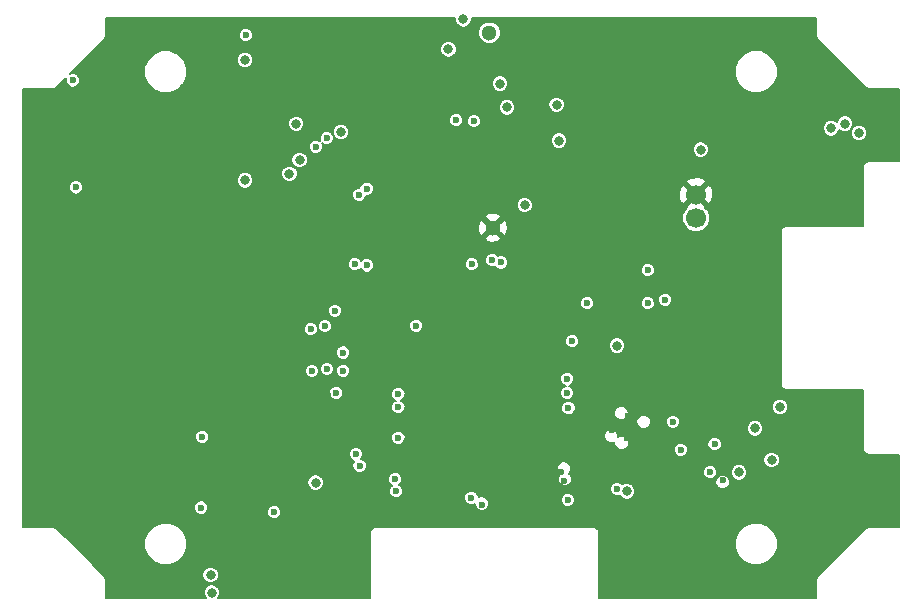
<source format=gbr>
G04 #@! TF.FileFunction,Copper,L2,Inr,Signal*
%FSLAX46Y46*%
G04 Gerber Fmt 4.6, Leading zero omitted, Abs format (unit mm)*
G04 Created by KiCad (PCBNEW 4.0.6) date 12/03/17 23:21:02*
%MOMM*%
%LPD*%
G01*
G04 APERTURE LIST*
%ADD10C,1.000000*%
%ADD11C,1.300000*%
%ADD12C,1.700000*%
%ADD13C,0.800000*%
%ADD14C,0.600000*%
%ADD15C,0.200000*%
G04 APERTURE END LIST*
D10*
D11*
X89900000Y-51700000D03*
X90200000Y-68200000D03*
D12*
X107400000Y-67400000D03*
X107400000Y-65400000D03*
D13*
X112400000Y-85200000D03*
X111023542Y-88923542D03*
X114500000Y-83400000D03*
X69200000Y-54000000D03*
X75200000Y-89800000D03*
X86440492Y-53106882D03*
X100700000Y-78200000D03*
X101538744Y-90531256D03*
X113809741Y-87882922D03*
X66300000Y-97600000D03*
X66400000Y-99100000D03*
X73546112Y-59408845D03*
X69200000Y-64200000D03*
X73841551Y-62466137D03*
X107800000Y-61600000D03*
X118827389Y-59793914D03*
X121200000Y-60200000D03*
X120000000Y-59400000D03*
X52400000Y-74100000D03*
X57800000Y-62500000D03*
X55800000Y-59600000D03*
X59424757Y-50970634D03*
X58364120Y-57351494D03*
X88749999Y-67550001D03*
X78164020Y-57567133D03*
X77759599Y-61369260D03*
X99200000Y-56000000D03*
X99300000Y-59800000D03*
X68750000Y-68500000D03*
X112300000Y-79600000D03*
X106200000Y-79600000D03*
X86200000Y-55000000D03*
X89200000Y-55100000D03*
X69800000Y-87400000D03*
X66375010Y-80000000D03*
X69600000Y-81100000D03*
X112300000Y-71750000D03*
X79431213Y-59023098D03*
X70600000Y-51424990D03*
X103400000Y-94100000D03*
X106300000Y-95350000D03*
X90036138Y-88224990D03*
X76100000Y-82300000D03*
X88425010Y-55800000D03*
X113720617Y-90036753D03*
X110975010Y-87650000D03*
X96695000Y-92400000D03*
X82095000Y-92400000D03*
X95110000Y-76090000D03*
X93235000Y-76965000D03*
X101200000Y-94200000D03*
X68584356Y-93120569D03*
X71600000Y-87200000D03*
X66050000Y-87500000D03*
X53200000Y-78500000D03*
X53164876Y-89007222D03*
X69700000Y-59400000D03*
X81600000Y-51600000D03*
X74050000Y-54750000D03*
X109236959Y-60098691D03*
X114600000Y-60200000D03*
X69600000Y-61600000D03*
X111310447Y-66555996D03*
X93188549Y-61494405D03*
X97579479Y-53643584D03*
X98000000Y-58400000D03*
X121100000Y-61700000D03*
X117900000Y-60000000D03*
D14*
X101595828Y-86022221D03*
X101615929Y-84151638D03*
X90148902Y-70952524D03*
X88400000Y-71300000D03*
D13*
X87700000Y-50574999D03*
D14*
X76824015Y-75250715D03*
X76943265Y-82193118D03*
X82200000Y-83400000D03*
X75981046Y-76537351D03*
X76150914Y-80162748D03*
X82200000Y-82300000D03*
X82012446Y-90505125D03*
X74767200Y-76812362D03*
X74883513Y-80343534D03*
X89284562Y-91717258D03*
X100711892Y-90334187D03*
X96532623Y-91265565D03*
X71700000Y-92300000D03*
X69277304Y-51922694D03*
X90882208Y-71152516D03*
X87100000Y-59100000D03*
X88600000Y-59200000D03*
X103300000Y-71800000D03*
X104800000Y-74300000D03*
X109672756Y-89589052D03*
X96226001Y-89613953D03*
X81922404Y-89499408D03*
X95987657Y-88902820D03*
X108600000Y-88900000D03*
X82200000Y-86000000D03*
X96500000Y-81000000D03*
X78500000Y-71300000D03*
X78908506Y-88360318D03*
X78879250Y-65425010D03*
X105455013Y-84624990D03*
X98200000Y-74600000D03*
X103300000Y-74600000D03*
X106100000Y-87000000D03*
X79500000Y-71400000D03*
X78603481Y-87362053D03*
X79500000Y-64900000D03*
X77518275Y-80324409D03*
X77526775Y-78774387D03*
X88386402Y-91080135D03*
X65500000Y-91900000D03*
X65600000Y-85900000D03*
X54900000Y-64800000D03*
X54619529Y-55740363D03*
X76125509Y-60616518D03*
X75204263Y-61359462D03*
X100316357Y-85324307D03*
X96931496Y-77819936D03*
X108965483Y-86538431D03*
X83700000Y-76500000D03*
X96600000Y-83500000D03*
X96500000Y-82200000D03*
D13*
X95786989Y-60826234D03*
X95600000Y-57800000D03*
X92900000Y-66300000D03*
X77345824Y-60119165D03*
X72978578Y-63641146D03*
X90800000Y-56000000D03*
X91387821Y-58013918D03*
D15*
G36*
X87000122Y-50435149D02*
X86999879Y-50713627D01*
X87106223Y-50970999D01*
X87302964Y-51168084D01*
X87560150Y-51274877D01*
X87838628Y-51275120D01*
X88096000Y-51168776D01*
X88293085Y-50972035D01*
X88399878Y-50714849D01*
X88400121Y-50436371D01*
X88396249Y-50427000D01*
X117575000Y-50427000D01*
X117575000Y-52000000D01*
X117583467Y-52042565D01*
X117607351Y-52162641D01*
X117699480Y-52300520D01*
X121699479Y-56300520D01*
X121791608Y-56362078D01*
X121837360Y-56392649D01*
X122000000Y-56425000D01*
X124575000Y-56425000D01*
X124575000Y-62575000D01*
X122000000Y-62575000D01*
X121837360Y-62607351D01*
X121699480Y-62699480D01*
X121607351Y-62837360D01*
X121575000Y-63000000D01*
X121575000Y-68075000D01*
X115000000Y-68075000D01*
X114837360Y-68107351D01*
X114699480Y-68199480D01*
X114607351Y-68337360D01*
X114575000Y-68500000D01*
X114575000Y-81500000D01*
X114607351Y-81662640D01*
X114699480Y-81800520D01*
X114837360Y-81892649D01*
X115000000Y-81925000D01*
X121575000Y-81925000D01*
X121575000Y-87000000D01*
X121607351Y-87162640D01*
X121699480Y-87300520D01*
X121837360Y-87392649D01*
X122000000Y-87425000D01*
X124575000Y-87425000D01*
X124575000Y-93575000D01*
X122000000Y-93575000D01*
X121837360Y-93607351D01*
X121837358Y-93607352D01*
X121837359Y-93607352D01*
X121699479Y-93699480D01*
X117699480Y-97699480D01*
X117607351Y-97837359D01*
X117607351Y-97837360D01*
X117575000Y-98000000D01*
X117575000Y-99575000D01*
X99175000Y-99575000D01*
X99175000Y-95356471D01*
X110699688Y-95356471D01*
X110973145Y-96018286D01*
X111479051Y-96525076D01*
X112140387Y-96799687D01*
X112856471Y-96800312D01*
X113518286Y-96526855D01*
X114025076Y-96020949D01*
X114299687Y-95359613D01*
X114300312Y-94643529D01*
X114026855Y-93981714D01*
X113520949Y-93474924D01*
X112859613Y-93200313D01*
X112143529Y-93199688D01*
X111481714Y-93473145D01*
X110974924Y-93979051D01*
X110700313Y-94640387D01*
X110699688Y-95356471D01*
X99175000Y-95356471D01*
X99175000Y-94000000D01*
X99142649Y-93837360D01*
X99050520Y-93699480D01*
X98912640Y-93607351D01*
X98750000Y-93575000D01*
X80250000Y-93575000D01*
X80087360Y-93607351D01*
X79949480Y-93699480D01*
X79857351Y-93837360D01*
X79825000Y-94000000D01*
X79825000Y-99575000D01*
X66914985Y-99575000D01*
X66993085Y-99497036D01*
X67099878Y-99239850D01*
X67100121Y-98961372D01*
X66993777Y-98704000D01*
X66797036Y-98506915D01*
X66539850Y-98400122D01*
X66261372Y-98399879D01*
X66004000Y-98506223D01*
X65806915Y-98702964D01*
X65700122Y-98960150D01*
X65699879Y-99238628D01*
X65806223Y-99496000D01*
X65885085Y-99575000D01*
X57427000Y-99575000D01*
X57427000Y-98000000D01*
X57394497Y-97836594D01*
X57329039Y-97738628D01*
X65599879Y-97738628D01*
X65706223Y-97996000D01*
X65902964Y-98193085D01*
X66160150Y-98299878D01*
X66438628Y-98300121D01*
X66696000Y-98193777D01*
X66893085Y-97997036D01*
X66999878Y-97739850D01*
X67000121Y-97461372D01*
X66893777Y-97204000D01*
X66697036Y-97006915D01*
X66439850Y-96900122D01*
X66161372Y-96899879D01*
X65904000Y-97006223D01*
X65706915Y-97202964D01*
X65600122Y-97460150D01*
X65599879Y-97738628D01*
X57329039Y-97738628D01*
X57301935Y-97698065D01*
X57293409Y-97692368D01*
X54957512Y-95356471D01*
X60699688Y-95356471D01*
X60973145Y-96018286D01*
X61479051Y-96525076D01*
X62140387Y-96799687D01*
X62856471Y-96800312D01*
X63518286Y-96526855D01*
X64025076Y-96020949D01*
X64299687Y-95359613D01*
X64300312Y-94643529D01*
X64026855Y-93981714D01*
X63520949Y-93474924D01*
X62859613Y-93200313D01*
X62143529Y-93199688D01*
X61481714Y-93473145D01*
X60974924Y-93979051D01*
X60700313Y-94640387D01*
X60699688Y-95356471D01*
X54957512Y-95356471D01*
X53307634Y-93706594D01*
X53301935Y-93698065D01*
X53163406Y-93605503D01*
X53000000Y-93573000D01*
X50427000Y-93573000D01*
X50427000Y-92018824D01*
X64899896Y-92018824D01*
X64991048Y-92239429D01*
X65159683Y-92408359D01*
X65380129Y-92499896D01*
X65618824Y-92500104D01*
X65815536Y-92418824D01*
X71099896Y-92418824D01*
X71191048Y-92639429D01*
X71359683Y-92808359D01*
X71580129Y-92899896D01*
X71818824Y-92900104D01*
X72039429Y-92808952D01*
X72208359Y-92640317D01*
X72299896Y-92419871D01*
X72300104Y-92181176D01*
X72208952Y-91960571D01*
X72040317Y-91791641D01*
X71819871Y-91700104D01*
X71581176Y-91699896D01*
X71360571Y-91791048D01*
X71191641Y-91959683D01*
X71100104Y-92180129D01*
X71099896Y-92418824D01*
X65815536Y-92418824D01*
X65839429Y-92408952D01*
X66008359Y-92240317D01*
X66099896Y-92019871D01*
X66100104Y-91781176D01*
X66008952Y-91560571D01*
X65840317Y-91391641D01*
X65619871Y-91300104D01*
X65381176Y-91299896D01*
X65160571Y-91391048D01*
X64991641Y-91559683D01*
X64900104Y-91780129D01*
X64899896Y-92018824D01*
X50427000Y-92018824D01*
X50427000Y-91198959D01*
X87786298Y-91198959D01*
X87877450Y-91419564D01*
X88046085Y-91588494D01*
X88266531Y-91680031D01*
X88505226Y-91680239D01*
X88679303Y-91608312D01*
X88679240Y-91680092D01*
X88770392Y-91900697D01*
X88939027Y-92069627D01*
X89159473Y-92161164D01*
X89398168Y-92161372D01*
X89618773Y-92070220D01*
X89787703Y-91901585D01*
X89879240Y-91681139D01*
X89879448Y-91442444D01*
X89855461Y-91384389D01*
X95932519Y-91384389D01*
X96023671Y-91604994D01*
X96192306Y-91773924D01*
X96412752Y-91865461D01*
X96651447Y-91865669D01*
X96872052Y-91774517D01*
X97040982Y-91605882D01*
X97132519Y-91385436D01*
X97132727Y-91146741D01*
X97041575Y-90926136D01*
X96872940Y-90757206D01*
X96652494Y-90665669D01*
X96413799Y-90665461D01*
X96193194Y-90756613D01*
X96024264Y-90925248D01*
X95932727Y-91145694D01*
X95932519Y-91384389D01*
X89855461Y-91384389D01*
X89788296Y-91221839D01*
X89619661Y-91052909D01*
X89399215Y-90961372D01*
X89160520Y-90961164D01*
X88986443Y-91033091D01*
X88986506Y-90961311D01*
X88895354Y-90740706D01*
X88726719Y-90571776D01*
X88506273Y-90480239D01*
X88267578Y-90480031D01*
X88046973Y-90571183D01*
X87878043Y-90739818D01*
X87786506Y-90960264D01*
X87786298Y-91198959D01*
X50427000Y-91198959D01*
X50427000Y-89938628D01*
X74499879Y-89938628D01*
X74606223Y-90196000D01*
X74802964Y-90393085D01*
X75060150Y-90499878D01*
X75338628Y-90500121D01*
X75596000Y-90393777D01*
X75793085Y-90197036D01*
X75899878Y-89939850D01*
X75900121Y-89661372D01*
X75882296Y-89618232D01*
X81322300Y-89618232D01*
X81413452Y-89838837D01*
X81582087Y-90007767D01*
X81653187Y-90037290D01*
X81504087Y-90186130D01*
X81412550Y-90406576D01*
X81412342Y-90645271D01*
X81503494Y-90865876D01*
X81672129Y-91034806D01*
X81892575Y-91126343D01*
X82131270Y-91126551D01*
X82351875Y-91035399D01*
X82520805Y-90866764D01*
X82612342Y-90646318D01*
X82612510Y-90453011D01*
X100111788Y-90453011D01*
X100202940Y-90673616D01*
X100371575Y-90842546D01*
X100592021Y-90934083D01*
X100830716Y-90934291D01*
X100930789Y-90892942D01*
X100944967Y-90927256D01*
X101141708Y-91124341D01*
X101398894Y-91231134D01*
X101677372Y-91231377D01*
X101934744Y-91125033D01*
X102131829Y-90928292D01*
X102238622Y-90671106D01*
X102238865Y-90392628D01*
X102132521Y-90135256D01*
X101935780Y-89938171D01*
X101790897Y-89878010D01*
X109040710Y-89878010D01*
X109131862Y-90098615D01*
X109300497Y-90267545D01*
X109520943Y-90359082D01*
X109759638Y-90359290D01*
X109980243Y-90268138D01*
X110149173Y-90099503D01*
X110240710Y-89879057D01*
X110240918Y-89640362D01*
X110149766Y-89419757D01*
X109981131Y-89250827D01*
X109760685Y-89159290D01*
X109521990Y-89159082D01*
X109301385Y-89250234D01*
X109132455Y-89418869D01*
X109040918Y-89639315D01*
X109040710Y-89878010D01*
X101790897Y-89878010D01*
X101678594Y-89831378D01*
X101400116Y-89831135D01*
X101157556Y-89931359D01*
X101052209Y-89825828D01*
X100831763Y-89734291D01*
X100593068Y-89734083D01*
X100372463Y-89825235D01*
X100203533Y-89993870D01*
X100111996Y-90214316D01*
X100111788Y-90453011D01*
X82612510Y-90453011D01*
X82612550Y-90407623D01*
X82521398Y-90187018D01*
X82352763Y-90018088D01*
X82281663Y-89988565D01*
X82430763Y-89839725D01*
X82522300Y-89619279D01*
X82522508Y-89380584D01*
X82431356Y-89159979D01*
X82262721Y-88991049D01*
X82042275Y-88899512D01*
X81803580Y-88899304D01*
X81582975Y-88990456D01*
X81414045Y-89159091D01*
X81322508Y-89379537D01*
X81322300Y-89618232D01*
X75882296Y-89618232D01*
X75793777Y-89404000D01*
X75597036Y-89206915D01*
X75339850Y-89100122D01*
X75061372Y-89099879D01*
X74804000Y-89206223D01*
X74606915Y-89402964D01*
X74500122Y-89660150D01*
X74499879Y-89938628D01*
X50427000Y-89938628D01*
X50427000Y-87480877D01*
X78003377Y-87480877D01*
X78094529Y-87701482D01*
X78263164Y-87870412D01*
X78465736Y-87954527D01*
X78400147Y-88020001D01*
X78308610Y-88240447D01*
X78308402Y-88479142D01*
X78399554Y-88699747D01*
X78568189Y-88868677D01*
X78788635Y-88960214D01*
X79027330Y-88960422D01*
X79247935Y-88869270D01*
X79398644Y-88718824D01*
X95599896Y-88718824D01*
X95691048Y-88939429D01*
X95850792Y-89099452D01*
X95791049Y-89159091D01*
X95699512Y-89379537D01*
X95699304Y-89618232D01*
X95790456Y-89838837D01*
X95959091Y-90007767D01*
X96179537Y-90099304D01*
X96418232Y-90099512D01*
X96638837Y-90008360D01*
X96807767Y-89839725D01*
X96899304Y-89619279D01*
X96899512Y-89380584D01*
X96808360Y-89159979D01*
X96667452Y-89018824D01*
X107999896Y-89018824D01*
X108091048Y-89239429D01*
X108259683Y-89408359D01*
X108480129Y-89499896D01*
X108718824Y-89500104D01*
X108939429Y-89408952D01*
X109108359Y-89240317D01*
X109182331Y-89062170D01*
X110323421Y-89062170D01*
X110429765Y-89319542D01*
X110626506Y-89516627D01*
X110883692Y-89623420D01*
X111162170Y-89623663D01*
X111419542Y-89517319D01*
X111616627Y-89320578D01*
X111723420Y-89063392D01*
X111723663Y-88784914D01*
X111617319Y-88527542D01*
X111420578Y-88330457D01*
X111163392Y-88223664D01*
X110884914Y-88223421D01*
X110627542Y-88329765D01*
X110430457Y-88526506D01*
X110323664Y-88783692D01*
X110323421Y-89062170D01*
X109182331Y-89062170D01*
X109199896Y-89019871D01*
X109200104Y-88781176D01*
X109108952Y-88560571D01*
X108940317Y-88391641D01*
X108719871Y-88300104D01*
X108481176Y-88299896D01*
X108260571Y-88391048D01*
X108091641Y-88559683D01*
X108000104Y-88780129D01*
X107999896Y-89018824D01*
X96667452Y-89018824D01*
X96648616Y-88999956D01*
X96708359Y-88940317D01*
X96799896Y-88719871D01*
X96800104Y-88481176D01*
X96708952Y-88260571D01*
X96540317Y-88091641D01*
X96371519Y-88021550D01*
X113109620Y-88021550D01*
X113215964Y-88278922D01*
X113412705Y-88476007D01*
X113669891Y-88582800D01*
X113948369Y-88583043D01*
X114205741Y-88476699D01*
X114402826Y-88279958D01*
X114509619Y-88022772D01*
X114509862Y-87744294D01*
X114403518Y-87486922D01*
X114206777Y-87289837D01*
X113949591Y-87183044D01*
X113671113Y-87182801D01*
X113413741Y-87289145D01*
X113216656Y-87485886D01*
X113109863Y-87743072D01*
X113109620Y-88021550D01*
X96371519Y-88021550D01*
X96319871Y-88000104D01*
X96081176Y-87999896D01*
X95860571Y-88091048D01*
X95691641Y-88259683D01*
X95600104Y-88480129D01*
X95599896Y-88718824D01*
X79398644Y-88718824D01*
X79416865Y-88700635D01*
X79508402Y-88480189D01*
X79508610Y-88241494D01*
X79417458Y-88020889D01*
X79248823Y-87851959D01*
X79046251Y-87767844D01*
X79111840Y-87702370D01*
X79203377Y-87481924D01*
X79203585Y-87243229D01*
X79152182Y-87118824D01*
X105499896Y-87118824D01*
X105591048Y-87339429D01*
X105759683Y-87508359D01*
X105980129Y-87599896D01*
X106218824Y-87600104D01*
X106439429Y-87508952D01*
X106608359Y-87340317D01*
X106699896Y-87119871D01*
X106700104Y-86881176D01*
X106608952Y-86660571D01*
X106605642Y-86657255D01*
X108365379Y-86657255D01*
X108456531Y-86877860D01*
X108625166Y-87046790D01*
X108845612Y-87138327D01*
X109084307Y-87138535D01*
X109304912Y-87047383D01*
X109473842Y-86878748D01*
X109565379Y-86658302D01*
X109565587Y-86419607D01*
X109474435Y-86199002D01*
X109305800Y-86030072D01*
X109085354Y-85938535D01*
X108846659Y-85938327D01*
X108626054Y-86029479D01*
X108457124Y-86198114D01*
X108365587Y-86418560D01*
X108365379Y-86657255D01*
X106605642Y-86657255D01*
X106440317Y-86491641D01*
X106219871Y-86400104D01*
X105981176Y-86399896D01*
X105760571Y-86491048D01*
X105591641Y-86659683D01*
X105500104Y-86880129D01*
X105499896Y-87118824D01*
X79152182Y-87118824D01*
X79112433Y-87022624D01*
X78943798Y-86853694D01*
X78723352Y-86762157D01*
X78484657Y-86761949D01*
X78264052Y-86853101D01*
X78095122Y-87021736D01*
X78003585Y-87242182D01*
X78003377Y-87480877D01*
X50427000Y-87480877D01*
X50427000Y-86018824D01*
X64999896Y-86018824D01*
X65091048Y-86239429D01*
X65259683Y-86408359D01*
X65480129Y-86499896D01*
X65718824Y-86500104D01*
X65939429Y-86408952D01*
X66108359Y-86240317D01*
X66158807Y-86118824D01*
X81599896Y-86118824D01*
X81691048Y-86339429D01*
X81859683Y-86508359D01*
X82080129Y-86599896D01*
X82318824Y-86600104D01*
X82539429Y-86508952D01*
X82708359Y-86340317D01*
X82799896Y-86119871D01*
X82800028Y-85968225D01*
X99621776Y-85968225D01*
X99712928Y-86188830D01*
X99881563Y-86357760D01*
X100102009Y-86449297D01*
X100340704Y-86449505D01*
X100491261Y-86387296D01*
X100491097Y-86575997D01*
X100582249Y-86796602D01*
X100750884Y-86965532D01*
X100971330Y-87057069D01*
X101210025Y-87057277D01*
X101430630Y-86966125D01*
X101599560Y-86797490D01*
X101691097Y-86577044D01*
X101691305Y-86338349D01*
X101600153Y-86117744D01*
X101431518Y-85948814D01*
X101211072Y-85857277D01*
X100972377Y-85857069D01*
X100821820Y-85919278D01*
X100821984Y-85730577D01*
X100730832Y-85509972D01*
X100562197Y-85341042D01*
X100556384Y-85338628D01*
X111699879Y-85338628D01*
X111806223Y-85596000D01*
X112002964Y-85793085D01*
X112260150Y-85899878D01*
X112538628Y-85900121D01*
X112796000Y-85793777D01*
X112993085Y-85597036D01*
X113099878Y-85339850D01*
X113100121Y-85061372D01*
X112993777Y-84804000D01*
X112797036Y-84606915D01*
X112539850Y-84500122D01*
X112261372Y-84499879D01*
X112004000Y-84606223D01*
X111806915Y-84802964D01*
X111700122Y-85060150D01*
X111699879Y-85338628D01*
X100556384Y-85338628D01*
X100341751Y-85249505D01*
X100103056Y-85249297D01*
X99882451Y-85340449D01*
X99713521Y-85509084D01*
X99621984Y-85729530D01*
X99621776Y-85968225D01*
X82800028Y-85968225D01*
X82800104Y-85881176D01*
X82708952Y-85660571D01*
X82540317Y-85491641D01*
X82319871Y-85400104D01*
X82081176Y-85399896D01*
X81860571Y-85491048D01*
X81691641Y-85659683D01*
X81600104Y-85880129D01*
X81599896Y-86118824D01*
X66158807Y-86118824D01*
X66199896Y-86019871D01*
X66200104Y-85781176D01*
X66108952Y-85560571D01*
X65940317Y-85391641D01*
X65719871Y-85300104D01*
X65481176Y-85299896D01*
X65260571Y-85391048D01*
X65091641Y-85559683D01*
X65000104Y-85780129D01*
X64999896Y-86018824D01*
X50427000Y-86018824D01*
X50427000Y-84743814D01*
X102354178Y-84743814D01*
X102445330Y-84964419D01*
X102613965Y-85133349D01*
X102834411Y-85224886D01*
X103073106Y-85225094D01*
X103293711Y-85133942D01*
X103462641Y-84965307D01*
X103554178Y-84744861D01*
X103554178Y-84743814D01*
X104854909Y-84743814D01*
X104946061Y-84964419D01*
X105114696Y-85133349D01*
X105335142Y-85224886D01*
X105573837Y-85225094D01*
X105794442Y-85133942D01*
X105963372Y-84965307D01*
X106054909Y-84744861D01*
X106055117Y-84506166D01*
X105963965Y-84285561D01*
X105795330Y-84116631D01*
X105574884Y-84025094D01*
X105336189Y-84024886D01*
X105115584Y-84116038D01*
X104946654Y-84284673D01*
X104855117Y-84505119D01*
X104854909Y-84743814D01*
X103554178Y-84743814D01*
X103554386Y-84506166D01*
X103463234Y-84285561D01*
X103294599Y-84116631D01*
X103074153Y-84025094D01*
X102835458Y-84024886D01*
X102614853Y-84116038D01*
X102445923Y-84284673D01*
X102354386Y-84505119D01*
X102354178Y-84743814D01*
X50427000Y-84743814D01*
X50427000Y-82311942D01*
X76343161Y-82311942D01*
X76434313Y-82532547D01*
X76602948Y-82701477D01*
X76823394Y-82793014D01*
X77062089Y-82793222D01*
X77282694Y-82702070D01*
X77451624Y-82533435D01*
X77499214Y-82418824D01*
X81599896Y-82418824D01*
X81691048Y-82639429D01*
X81859683Y-82808359D01*
X81959940Y-82849989D01*
X81860571Y-82891048D01*
X81691641Y-83059683D01*
X81600104Y-83280129D01*
X81599896Y-83518824D01*
X81691048Y-83739429D01*
X81859683Y-83908359D01*
X82080129Y-83999896D01*
X82318824Y-84000104D01*
X82539429Y-83908952D01*
X82708359Y-83740317D01*
X82758807Y-83618824D01*
X95999896Y-83618824D01*
X96091048Y-83839429D01*
X96259683Y-84008359D01*
X96480129Y-84099896D01*
X96718824Y-84100104D01*
X96844419Y-84048209D01*
X100481485Y-84048209D01*
X100572637Y-84268814D01*
X100741272Y-84437744D01*
X100961718Y-84529281D01*
X101200413Y-84529489D01*
X101421018Y-84438337D01*
X101589948Y-84269702D01*
X101681485Y-84049256D01*
X101681693Y-83810561D01*
X101590541Y-83589956D01*
X101539303Y-83538628D01*
X113799879Y-83538628D01*
X113906223Y-83796000D01*
X114102964Y-83993085D01*
X114360150Y-84099878D01*
X114638628Y-84100121D01*
X114896000Y-83993777D01*
X115093085Y-83797036D01*
X115199878Y-83539850D01*
X115200121Y-83261372D01*
X115093777Y-83004000D01*
X114897036Y-82806915D01*
X114639850Y-82700122D01*
X114361372Y-82699879D01*
X114104000Y-82806223D01*
X113906915Y-83002964D01*
X113800122Y-83260150D01*
X113799879Y-83538628D01*
X101539303Y-83538628D01*
X101421906Y-83421026D01*
X101201460Y-83329489D01*
X100962765Y-83329281D01*
X100742160Y-83420433D01*
X100573230Y-83589068D01*
X100481693Y-83809514D01*
X100481485Y-84048209D01*
X96844419Y-84048209D01*
X96939429Y-84008952D01*
X97108359Y-83840317D01*
X97199896Y-83619871D01*
X97200104Y-83381176D01*
X97108952Y-83160571D01*
X96940317Y-82991641D01*
X96719871Y-82900104D01*
X96481176Y-82899896D01*
X96260571Y-82991048D01*
X96091641Y-83159683D01*
X96000104Y-83380129D01*
X95999896Y-83618824D01*
X82758807Y-83618824D01*
X82799896Y-83519871D01*
X82800104Y-83281176D01*
X82708952Y-83060571D01*
X82540317Y-82891641D01*
X82440060Y-82850011D01*
X82539429Y-82808952D01*
X82708359Y-82640317D01*
X82799896Y-82419871D01*
X82800104Y-82181176D01*
X82708952Y-81960571D01*
X82540317Y-81791641D01*
X82319871Y-81700104D01*
X82081176Y-81699896D01*
X81860571Y-81791048D01*
X81691641Y-81959683D01*
X81600104Y-82180129D01*
X81599896Y-82418824D01*
X77499214Y-82418824D01*
X77543161Y-82312989D01*
X77543369Y-82074294D01*
X77452217Y-81853689D01*
X77283582Y-81684759D01*
X77063136Y-81593222D01*
X76824441Y-81593014D01*
X76603836Y-81684166D01*
X76434906Y-81852801D01*
X76343369Y-82073247D01*
X76343161Y-82311942D01*
X50427000Y-82311942D01*
X50427000Y-81118824D01*
X95899896Y-81118824D01*
X95991048Y-81339429D01*
X96159683Y-81508359D01*
X96380129Y-81599896D01*
X96381174Y-81599897D01*
X96160571Y-81691048D01*
X95991641Y-81859683D01*
X95900104Y-82080129D01*
X95899896Y-82318824D01*
X95991048Y-82539429D01*
X96159683Y-82708359D01*
X96380129Y-82799896D01*
X96618824Y-82800104D01*
X96839429Y-82708952D01*
X97008359Y-82540317D01*
X97099896Y-82319871D01*
X97100104Y-82081176D01*
X97008952Y-81860571D01*
X96840317Y-81691641D01*
X96619871Y-81600104D01*
X96618826Y-81600103D01*
X96839429Y-81508952D01*
X97008359Y-81340317D01*
X97099896Y-81119871D01*
X97100104Y-80881176D01*
X97008952Y-80660571D01*
X96840317Y-80491641D01*
X96619871Y-80400104D01*
X96381176Y-80399896D01*
X96160571Y-80491048D01*
X95991641Y-80659683D01*
X95900104Y-80880129D01*
X95899896Y-81118824D01*
X50427000Y-81118824D01*
X50427000Y-80462358D01*
X74283409Y-80462358D01*
X74374561Y-80682963D01*
X74543196Y-80851893D01*
X74763642Y-80943430D01*
X75002337Y-80943638D01*
X75222942Y-80852486D01*
X75391872Y-80683851D01*
X75483409Y-80463405D01*
X75483567Y-80281572D01*
X75550810Y-80281572D01*
X75641962Y-80502177D01*
X75810597Y-80671107D01*
X76031043Y-80762644D01*
X76269738Y-80762852D01*
X76490343Y-80671700D01*
X76659273Y-80503065D01*
X76684117Y-80443233D01*
X76918171Y-80443233D01*
X77009323Y-80663838D01*
X77177958Y-80832768D01*
X77398404Y-80924305D01*
X77637099Y-80924513D01*
X77857704Y-80833361D01*
X78026634Y-80664726D01*
X78118171Y-80444280D01*
X78118379Y-80205585D01*
X78027227Y-79984980D01*
X77858592Y-79816050D01*
X77638146Y-79724513D01*
X77399451Y-79724305D01*
X77178846Y-79815457D01*
X77009916Y-79984092D01*
X76918379Y-80204538D01*
X76918171Y-80443233D01*
X76684117Y-80443233D01*
X76750810Y-80282619D01*
X76751018Y-80043924D01*
X76659866Y-79823319D01*
X76491231Y-79654389D01*
X76270785Y-79562852D01*
X76032090Y-79562644D01*
X75811485Y-79653796D01*
X75642555Y-79822431D01*
X75551018Y-80042877D01*
X75550810Y-80281572D01*
X75483567Y-80281572D01*
X75483617Y-80224710D01*
X75392465Y-80004105D01*
X75223830Y-79835175D01*
X75003384Y-79743638D01*
X74764689Y-79743430D01*
X74544084Y-79834582D01*
X74375154Y-80003217D01*
X74283617Y-80223663D01*
X74283409Y-80462358D01*
X50427000Y-80462358D01*
X50427000Y-78893211D01*
X76926671Y-78893211D01*
X77017823Y-79113816D01*
X77186458Y-79282746D01*
X77406904Y-79374283D01*
X77645599Y-79374491D01*
X77866204Y-79283339D01*
X78035134Y-79114704D01*
X78126671Y-78894258D01*
X78126879Y-78655563D01*
X78035727Y-78434958D01*
X77867092Y-78266028D01*
X77646646Y-78174491D01*
X77407951Y-78174283D01*
X77187346Y-78265435D01*
X77018416Y-78434070D01*
X76926879Y-78654516D01*
X76926671Y-78893211D01*
X50427000Y-78893211D01*
X50427000Y-77938760D01*
X96331392Y-77938760D01*
X96422544Y-78159365D01*
X96591179Y-78328295D01*
X96811625Y-78419832D01*
X97050320Y-78420040D01*
X97247352Y-78338628D01*
X99999879Y-78338628D01*
X100106223Y-78596000D01*
X100302964Y-78793085D01*
X100560150Y-78899878D01*
X100838628Y-78900121D01*
X101096000Y-78793777D01*
X101293085Y-78597036D01*
X101399878Y-78339850D01*
X101400121Y-78061372D01*
X101293777Y-77804000D01*
X101097036Y-77606915D01*
X100839850Y-77500122D01*
X100561372Y-77499879D01*
X100304000Y-77606223D01*
X100106915Y-77802964D01*
X100000122Y-78060150D01*
X99999879Y-78338628D01*
X97247352Y-78338628D01*
X97270925Y-78328888D01*
X97439855Y-78160253D01*
X97531392Y-77939807D01*
X97531600Y-77701112D01*
X97440448Y-77480507D01*
X97271813Y-77311577D01*
X97051367Y-77220040D01*
X96812672Y-77219832D01*
X96592067Y-77310984D01*
X96423137Y-77479619D01*
X96331600Y-77700065D01*
X96331392Y-77938760D01*
X50427000Y-77938760D01*
X50427000Y-76931186D01*
X74167096Y-76931186D01*
X74258248Y-77151791D01*
X74426883Y-77320721D01*
X74647329Y-77412258D01*
X74886024Y-77412466D01*
X75106629Y-77321314D01*
X75275559Y-77152679D01*
X75367096Y-76932233D01*
X75367304Y-76693538D01*
X75351866Y-76656175D01*
X75380942Y-76656175D01*
X75472094Y-76876780D01*
X75640729Y-77045710D01*
X75861175Y-77137247D01*
X76099870Y-77137455D01*
X76320475Y-77046303D01*
X76489405Y-76877668D01*
X76580942Y-76657222D01*
X76580975Y-76618824D01*
X83099896Y-76618824D01*
X83191048Y-76839429D01*
X83359683Y-77008359D01*
X83580129Y-77099896D01*
X83818824Y-77100104D01*
X84039429Y-77008952D01*
X84208359Y-76840317D01*
X84299896Y-76619871D01*
X84300104Y-76381176D01*
X84208952Y-76160571D01*
X84040317Y-75991641D01*
X83819871Y-75900104D01*
X83581176Y-75899896D01*
X83360571Y-75991048D01*
X83191641Y-76159683D01*
X83100104Y-76380129D01*
X83099896Y-76618824D01*
X76580975Y-76618824D01*
X76581150Y-76418527D01*
X76489998Y-76197922D01*
X76321363Y-76028992D01*
X76100917Y-75937455D01*
X75862222Y-75937247D01*
X75641617Y-76028399D01*
X75472687Y-76197034D01*
X75381150Y-76417480D01*
X75380942Y-76656175D01*
X75351866Y-76656175D01*
X75276152Y-76472933D01*
X75107517Y-76304003D01*
X74887071Y-76212466D01*
X74648376Y-76212258D01*
X74427771Y-76303410D01*
X74258841Y-76472045D01*
X74167304Y-76692491D01*
X74167096Y-76931186D01*
X50427000Y-76931186D01*
X50427000Y-75369539D01*
X76223911Y-75369539D01*
X76315063Y-75590144D01*
X76483698Y-75759074D01*
X76704144Y-75850611D01*
X76942839Y-75850819D01*
X77163444Y-75759667D01*
X77332374Y-75591032D01*
X77423911Y-75370586D01*
X77424119Y-75131891D01*
X77332967Y-74911286D01*
X77164332Y-74742356D01*
X77107661Y-74718824D01*
X97599896Y-74718824D01*
X97691048Y-74939429D01*
X97859683Y-75108359D01*
X98080129Y-75199896D01*
X98318824Y-75200104D01*
X98539429Y-75108952D01*
X98708359Y-74940317D01*
X98799896Y-74719871D01*
X98799896Y-74718824D01*
X102699896Y-74718824D01*
X102791048Y-74939429D01*
X102959683Y-75108359D01*
X103180129Y-75199896D01*
X103418824Y-75200104D01*
X103639429Y-75108952D01*
X103808359Y-74940317D01*
X103899896Y-74719871D01*
X103900104Y-74481176D01*
X103874341Y-74418824D01*
X104199896Y-74418824D01*
X104291048Y-74639429D01*
X104459683Y-74808359D01*
X104680129Y-74899896D01*
X104918824Y-74900104D01*
X105139429Y-74808952D01*
X105308359Y-74640317D01*
X105399896Y-74419871D01*
X105400104Y-74181176D01*
X105308952Y-73960571D01*
X105140317Y-73791641D01*
X104919871Y-73700104D01*
X104681176Y-73699896D01*
X104460571Y-73791048D01*
X104291641Y-73959683D01*
X104200104Y-74180129D01*
X104199896Y-74418824D01*
X103874341Y-74418824D01*
X103808952Y-74260571D01*
X103640317Y-74091641D01*
X103419871Y-74000104D01*
X103181176Y-73999896D01*
X102960571Y-74091048D01*
X102791641Y-74259683D01*
X102700104Y-74480129D01*
X102699896Y-74718824D01*
X98799896Y-74718824D01*
X98800104Y-74481176D01*
X98708952Y-74260571D01*
X98540317Y-74091641D01*
X98319871Y-74000104D01*
X98081176Y-73999896D01*
X97860571Y-74091048D01*
X97691641Y-74259683D01*
X97600104Y-74480129D01*
X97599896Y-74718824D01*
X77107661Y-74718824D01*
X76943886Y-74650819D01*
X76705191Y-74650611D01*
X76484586Y-74741763D01*
X76315656Y-74910398D01*
X76224119Y-75130844D01*
X76223911Y-75369539D01*
X50427000Y-75369539D01*
X50427000Y-71418824D01*
X77899896Y-71418824D01*
X77991048Y-71639429D01*
X78159683Y-71808359D01*
X78380129Y-71899896D01*
X78618824Y-71900104D01*
X78839429Y-71808952D01*
X78967110Y-71681494D01*
X78991048Y-71739429D01*
X79159683Y-71908359D01*
X79380129Y-71999896D01*
X79618824Y-72000104D01*
X79815536Y-71918824D01*
X102699896Y-71918824D01*
X102791048Y-72139429D01*
X102959683Y-72308359D01*
X103180129Y-72399896D01*
X103418824Y-72400104D01*
X103639429Y-72308952D01*
X103808359Y-72140317D01*
X103899896Y-71919871D01*
X103900104Y-71681176D01*
X103808952Y-71460571D01*
X103640317Y-71291641D01*
X103419871Y-71200104D01*
X103181176Y-71199896D01*
X102960571Y-71291048D01*
X102791641Y-71459683D01*
X102700104Y-71680129D01*
X102699896Y-71918824D01*
X79815536Y-71918824D01*
X79839429Y-71908952D01*
X80008359Y-71740317D01*
X80099896Y-71519871D01*
X80099984Y-71418824D01*
X87799896Y-71418824D01*
X87891048Y-71639429D01*
X88059683Y-71808359D01*
X88280129Y-71899896D01*
X88518824Y-71900104D01*
X88739429Y-71808952D01*
X88908359Y-71640317D01*
X88999896Y-71419871D01*
X89000104Y-71181176D01*
X88954725Y-71071348D01*
X89548798Y-71071348D01*
X89639950Y-71291953D01*
X89808585Y-71460883D01*
X90029031Y-71552420D01*
X90267726Y-71552628D01*
X90385326Y-71504037D01*
X90541891Y-71660875D01*
X90762337Y-71752412D01*
X91001032Y-71752620D01*
X91221637Y-71661468D01*
X91390567Y-71492833D01*
X91482104Y-71272387D01*
X91482312Y-71033692D01*
X91391160Y-70813087D01*
X91222525Y-70644157D01*
X91002079Y-70552620D01*
X90763384Y-70552412D01*
X90645784Y-70601003D01*
X90489219Y-70444165D01*
X90268773Y-70352628D01*
X90030078Y-70352420D01*
X89809473Y-70443572D01*
X89640543Y-70612207D01*
X89549006Y-70832653D01*
X89548798Y-71071348D01*
X88954725Y-71071348D01*
X88908952Y-70960571D01*
X88740317Y-70791641D01*
X88519871Y-70700104D01*
X88281176Y-70699896D01*
X88060571Y-70791048D01*
X87891641Y-70959683D01*
X87800104Y-71180129D01*
X87799896Y-71418824D01*
X80099984Y-71418824D01*
X80100104Y-71281176D01*
X80008952Y-71060571D01*
X79840317Y-70891641D01*
X79619871Y-70800104D01*
X79381176Y-70799896D01*
X79160571Y-70891048D01*
X79032890Y-71018506D01*
X79008952Y-70960571D01*
X78840317Y-70791641D01*
X78619871Y-70700104D01*
X78381176Y-70699896D01*
X78160571Y-70791048D01*
X77991641Y-70959683D01*
X77900104Y-71180129D01*
X77899896Y-71418824D01*
X50427000Y-71418824D01*
X50427000Y-69100931D01*
X89516858Y-69100931D01*
X89576122Y-69320694D01*
X90052483Y-69474134D01*
X90551302Y-69433599D01*
X90823878Y-69320694D01*
X90883142Y-69100931D01*
X90200000Y-68417789D01*
X89516858Y-69100931D01*
X50427000Y-69100931D01*
X50427000Y-68052483D01*
X88925866Y-68052483D01*
X88966401Y-68551302D01*
X89079306Y-68823878D01*
X89299069Y-68883142D01*
X89982211Y-68200000D01*
X90417789Y-68200000D01*
X91100931Y-68883142D01*
X91320694Y-68823878D01*
X91474134Y-68347517D01*
X91433599Y-67848698D01*
X91342078Y-67627746D01*
X106249801Y-67627746D01*
X106424509Y-68050572D01*
X106747727Y-68374354D01*
X107170247Y-68549800D01*
X107627746Y-68550199D01*
X108050572Y-68375491D01*
X108374354Y-68052273D01*
X108549800Y-67629753D01*
X108550199Y-67172254D01*
X108375491Y-66749428D01*
X108188140Y-66561750D01*
X108228481Y-66446270D01*
X107400000Y-65617789D01*
X106571519Y-66446270D01*
X106611882Y-66561815D01*
X106425646Y-66747727D01*
X106250200Y-67170247D01*
X106249801Y-67627746D01*
X91342078Y-67627746D01*
X91320694Y-67576122D01*
X91100931Y-67516858D01*
X90417789Y-68200000D01*
X89982211Y-68200000D01*
X89299069Y-67516858D01*
X89079306Y-67576122D01*
X88925866Y-68052483D01*
X50427000Y-68052483D01*
X50427000Y-67299069D01*
X89516858Y-67299069D01*
X90200000Y-67982211D01*
X90883142Y-67299069D01*
X90823878Y-67079306D01*
X90347517Y-66925866D01*
X89848698Y-66966401D01*
X89576122Y-67079306D01*
X89516858Y-67299069D01*
X50427000Y-67299069D01*
X50427000Y-66438628D01*
X92199879Y-66438628D01*
X92306223Y-66696000D01*
X92502964Y-66893085D01*
X92760150Y-66999878D01*
X93038628Y-67000121D01*
X93296000Y-66893777D01*
X93493085Y-66697036D01*
X93599878Y-66439850D01*
X93600121Y-66161372D01*
X93493777Y-65904000D01*
X93297036Y-65706915D01*
X93039850Y-65600122D01*
X92761372Y-65599879D01*
X92504000Y-65706223D01*
X92306915Y-65902964D01*
X92200122Y-66160150D01*
X92199879Y-66438628D01*
X50427000Y-66438628D01*
X50427000Y-65543834D01*
X78279146Y-65543834D01*
X78370298Y-65764439D01*
X78538933Y-65933369D01*
X78759379Y-66024906D01*
X78998074Y-66025114D01*
X79218679Y-65933962D01*
X79387609Y-65765327D01*
X79479146Y-65544881D01*
X79479185Y-65499982D01*
X79618824Y-65500104D01*
X79839429Y-65408952D01*
X80008359Y-65240317D01*
X80023197Y-65204581D01*
X105926337Y-65204581D01*
X105963730Y-65783402D01*
X106113296Y-66144490D01*
X106353730Y-66228481D01*
X107182211Y-65400000D01*
X107617789Y-65400000D01*
X108446270Y-66228481D01*
X108686704Y-66144490D01*
X108873663Y-65595419D01*
X108836270Y-65016598D01*
X108686704Y-64655510D01*
X108446270Y-64571519D01*
X107617789Y-65400000D01*
X107182211Y-65400000D01*
X106353730Y-64571519D01*
X106113296Y-64655510D01*
X105926337Y-65204581D01*
X80023197Y-65204581D01*
X80099896Y-65019871D01*
X80100104Y-64781176D01*
X80008952Y-64560571D01*
X79840317Y-64391641D01*
X79749017Y-64353730D01*
X106571519Y-64353730D01*
X107400000Y-65182211D01*
X108228481Y-64353730D01*
X108144490Y-64113296D01*
X107595419Y-63926337D01*
X107016598Y-63963730D01*
X106655510Y-64113296D01*
X106571519Y-64353730D01*
X79749017Y-64353730D01*
X79619871Y-64300104D01*
X79381176Y-64299896D01*
X79160571Y-64391048D01*
X78991641Y-64559683D01*
X78900104Y-64780129D01*
X78900065Y-64825028D01*
X78760426Y-64824906D01*
X78539821Y-64916058D01*
X78370891Y-65084693D01*
X78279354Y-65305139D01*
X78279146Y-65543834D01*
X50427000Y-65543834D01*
X50427000Y-64918824D01*
X54299896Y-64918824D01*
X54391048Y-65139429D01*
X54559683Y-65308359D01*
X54780129Y-65399896D01*
X55018824Y-65400104D01*
X55239429Y-65308952D01*
X55408359Y-65140317D01*
X55499896Y-64919871D01*
X55500104Y-64681176D01*
X55408952Y-64460571D01*
X55287222Y-64338628D01*
X68499879Y-64338628D01*
X68606223Y-64596000D01*
X68802964Y-64793085D01*
X69060150Y-64899878D01*
X69338628Y-64900121D01*
X69596000Y-64793777D01*
X69793085Y-64597036D01*
X69899878Y-64339850D01*
X69900121Y-64061372D01*
X69793777Y-63804000D01*
X69769594Y-63779774D01*
X72278457Y-63779774D01*
X72384801Y-64037146D01*
X72581542Y-64234231D01*
X72838728Y-64341024D01*
X73117206Y-64341267D01*
X73374578Y-64234923D01*
X73571663Y-64038182D01*
X73678456Y-63780996D01*
X73678699Y-63502518D01*
X73572355Y-63245146D01*
X73375614Y-63048061D01*
X73118428Y-62941268D01*
X72839950Y-62941025D01*
X72582578Y-63047369D01*
X72385493Y-63244110D01*
X72278700Y-63501296D01*
X72278457Y-63779774D01*
X69769594Y-63779774D01*
X69597036Y-63606915D01*
X69339850Y-63500122D01*
X69061372Y-63499879D01*
X68804000Y-63606223D01*
X68606915Y-63802964D01*
X68500122Y-64060150D01*
X68499879Y-64338628D01*
X55287222Y-64338628D01*
X55240317Y-64291641D01*
X55019871Y-64200104D01*
X54781176Y-64199896D01*
X54560571Y-64291048D01*
X54391641Y-64459683D01*
X54300104Y-64680129D01*
X54299896Y-64918824D01*
X50427000Y-64918824D01*
X50427000Y-62604765D01*
X73141430Y-62604765D01*
X73247774Y-62862137D01*
X73444515Y-63059222D01*
X73701701Y-63166015D01*
X73980179Y-63166258D01*
X74237551Y-63059914D01*
X74434636Y-62863173D01*
X74541429Y-62605987D01*
X74541672Y-62327509D01*
X74435328Y-62070137D01*
X74238587Y-61873052D01*
X73981401Y-61766259D01*
X73702923Y-61766016D01*
X73445551Y-61872360D01*
X73248466Y-62069101D01*
X73141673Y-62326287D01*
X73141430Y-62604765D01*
X50427000Y-62604765D01*
X50427000Y-61478286D01*
X74604159Y-61478286D01*
X74695311Y-61698891D01*
X74863946Y-61867821D01*
X75084392Y-61959358D01*
X75323087Y-61959566D01*
X75543692Y-61868414D01*
X75673705Y-61738628D01*
X107099879Y-61738628D01*
X107206223Y-61996000D01*
X107402964Y-62193085D01*
X107660150Y-62299878D01*
X107938628Y-62300121D01*
X108196000Y-62193777D01*
X108393085Y-61997036D01*
X108499878Y-61739850D01*
X108500121Y-61461372D01*
X108393777Y-61204000D01*
X108197036Y-61006915D01*
X107939850Y-60900122D01*
X107661372Y-60899879D01*
X107404000Y-61006223D01*
X107206915Y-61202964D01*
X107100122Y-61460150D01*
X107099879Y-61738628D01*
X75673705Y-61738628D01*
X75712622Y-61699779D01*
X75804159Y-61479333D01*
X75804367Y-61240638D01*
X75736297Y-61075897D01*
X75785192Y-61124877D01*
X76005638Y-61216414D01*
X76244333Y-61216622D01*
X76464938Y-61125470D01*
X76625826Y-60964862D01*
X95086868Y-60964862D01*
X95193212Y-61222234D01*
X95389953Y-61419319D01*
X95647139Y-61526112D01*
X95925617Y-61526355D01*
X96182989Y-61420011D01*
X96380074Y-61223270D01*
X96486867Y-60966084D01*
X96487110Y-60687606D01*
X96380766Y-60430234D01*
X96184025Y-60233149D01*
X95926839Y-60126356D01*
X95648361Y-60126113D01*
X95390989Y-60232457D01*
X95193904Y-60429198D01*
X95087111Y-60686384D01*
X95086868Y-60964862D01*
X76625826Y-60964862D01*
X76633868Y-60956835D01*
X76725405Y-60736389D01*
X76725613Y-60497694D01*
X76634461Y-60277089D01*
X76615199Y-60257793D01*
X76645703Y-60257793D01*
X76752047Y-60515165D01*
X76948788Y-60712250D01*
X77205974Y-60819043D01*
X77484452Y-60819286D01*
X77741824Y-60712942D01*
X77938909Y-60516201D01*
X78045702Y-60259015D01*
X78045945Y-59980537D01*
X78026114Y-59932542D01*
X118127268Y-59932542D01*
X118233612Y-60189914D01*
X118430353Y-60386999D01*
X118687539Y-60493792D01*
X118966017Y-60494035D01*
X119223389Y-60387691D01*
X119272537Y-60338628D01*
X120499879Y-60338628D01*
X120606223Y-60596000D01*
X120802964Y-60793085D01*
X121060150Y-60899878D01*
X121338628Y-60900121D01*
X121596000Y-60793777D01*
X121793085Y-60597036D01*
X121899878Y-60339850D01*
X121900121Y-60061372D01*
X121793777Y-59804000D01*
X121597036Y-59606915D01*
X121339850Y-59500122D01*
X121061372Y-59499879D01*
X120804000Y-59606223D01*
X120606915Y-59802964D01*
X120500122Y-60060150D01*
X120499879Y-60338628D01*
X119272537Y-60338628D01*
X119420474Y-60190950D01*
X119527267Y-59933764D01*
X119527281Y-59917270D01*
X119602964Y-59993085D01*
X119860150Y-60099878D01*
X120138628Y-60100121D01*
X120396000Y-59993777D01*
X120593085Y-59797036D01*
X120699878Y-59539850D01*
X120700121Y-59261372D01*
X120593777Y-59004000D01*
X120397036Y-58806915D01*
X120139850Y-58700122D01*
X119861372Y-58699879D01*
X119604000Y-58806223D01*
X119406915Y-59002964D01*
X119300122Y-59260150D01*
X119300108Y-59276644D01*
X119224425Y-59200829D01*
X118967239Y-59094036D01*
X118688761Y-59093793D01*
X118431389Y-59200137D01*
X118234304Y-59396878D01*
X118127511Y-59654064D01*
X118127268Y-59932542D01*
X78026114Y-59932542D01*
X77939601Y-59723165D01*
X77742860Y-59526080D01*
X77485674Y-59419287D01*
X77207196Y-59419044D01*
X76949824Y-59525388D01*
X76752739Y-59722129D01*
X76645946Y-59979315D01*
X76645703Y-60257793D01*
X76615199Y-60257793D01*
X76465826Y-60108159D01*
X76245380Y-60016622D01*
X76006685Y-60016414D01*
X75786080Y-60107566D01*
X75617150Y-60276201D01*
X75525613Y-60496647D01*
X75525405Y-60735342D01*
X75593475Y-60900083D01*
X75544580Y-60851103D01*
X75324134Y-60759566D01*
X75085439Y-60759358D01*
X74864834Y-60850510D01*
X74695904Y-61019145D01*
X74604367Y-61239591D01*
X74604159Y-61478286D01*
X50427000Y-61478286D01*
X50427000Y-59547473D01*
X72845991Y-59547473D01*
X72952335Y-59804845D01*
X73149076Y-60001930D01*
X73406262Y-60108723D01*
X73684740Y-60108966D01*
X73942112Y-60002622D01*
X74139197Y-59805881D01*
X74245990Y-59548695D01*
X74246233Y-59270217D01*
X74224998Y-59218824D01*
X86499896Y-59218824D01*
X86591048Y-59439429D01*
X86759683Y-59608359D01*
X86980129Y-59699896D01*
X87218824Y-59700104D01*
X87439429Y-59608952D01*
X87608359Y-59440317D01*
X87658807Y-59318824D01*
X87999896Y-59318824D01*
X88091048Y-59539429D01*
X88259683Y-59708359D01*
X88480129Y-59799896D01*
X88718824Y-59800104D01*
X88939429Y-59708952D01*
X89108359Y-59540317D01*
X89199896Y-59319871D01*
X89200104Y-59081176D01*
X89108952Y-58860571D01*
X88940317Y-58691641D01*
X88719871Y-58600104D01*
X88481176Y-58599896D01*
X88260571Y-58691048D01*
X88091641Y-58859683D01*
X88000104Y-59080129D01*
X87999896Y-59318824D01*
X87658807Y-59318824D01*
X87699896Y-59219871D01*
X87700104Y-58981176D01*
X87608952Y-58760571D01*
X87440317Y-58591641D01*
X87219871Y-58500104D01*
X86981176Y-58499896D01*
X86760571Y-58591048D01*
X86591641Y-58759683D01*
X86500104Y-58980129D01*
X86499896Y-59218824D01*
X74224998Y-59218824D01*
X74139889Y-59012845D01*
X73943148Y-58815760D01*
X73685962Y-58708967D01*
X73407484Y-58708724D01*
X73150112Y-58815068D01*
X72953027Y-59011809D01*
X72846234Y-59268995D01*
X72845991Y-59547473D01*
X50427000Y-59547473D01*
X50427000Y-58152546D01*
X90687700Y-58152546D01*
X90794044Y-58409918D01*
X90990785Y-58607003D01*
X91247971Y-58713796D01*
X91526449Y-58714039D01*
X91783821Y-58607695D01*
X91980906Y-58410954D01*
X92087699Y-58153768D01*
X92087886Y-57938628D01*
X94899879Y-57938628D01*
X95006223Y-58196000D01*
X95202964Y-58393085D01*
X95460150Y-58499878D01*
X95738628Y-58500121D01*
X95996000Y-58393777D01*
X96193085Y-58197036D01*
X96299878Y-57939850D01*
X96300121Y-57661372D01*
X96193777Y-57404000D01*
X95997036Y-57206915D01*
X95739850Y-57100122D01*
X95461372Y-57099879D01*
X95204000Y-57206223D01*
X95006915Y-57402964D01*
X94900122Y-57660150D01*
X94899879Y-57938628D01*
X92087886Y-57938628D01*
X92087942Y-57875290D01*
X91981598Y-57617918D01*
X91784857Y-57420833D01*
X91527671Y-57314040D01*
X91249193Y-57313797D01*
X90991821Y-57420141D01*
X90794736Y-57616882D01*
X90687943Y-57874068D01*
X90687700Y-58152546D01*
X50427000Y-58152546D01*
X50427000Y-56427000D01*
X53000000Y-56427000D01*
X53163406Y-56394497D01*
X53301935Y-56301935D01*
X53307634Y-56293406D01*
X54047387Y-55553653D01*
X54019633Y-55620492D01*
X54019425Y-55859187D01*
X54110577Y-56079792D01*
X54279212Y-56248722D01*
X54499658Y-56340259D01*
X54738353Y-56340467D01*
X54958958Y-56249315D01*
X55127888Y-56080680D01*
X55219425Y-55860234D01*
X55219633Y-55621539D01*
X55128481Y-55400934D01*
X55084096Y-55356471D01*
X60699688Y-55356471D01*
X60973145Y-56018286D01*
X61479051Y-56525076D01*
X62140387Y-56799687D01*
X62856471Y-56800312D01*
X63518286Y-56526855D01*
X63907191Y-56138628D01*
X90099879Y-56138628D01*
X90206223Y-56396000D01*
X90402964Y-56593085D01*
X90660150Y-56699878D01*
X90938628Y-56700121D01*
X91196000Y-56593777D01*
X91393085Y-56397036D01*
X91499878Y-56139850D01*
X91500121Y-55861372D01*
X91393777Y-55604000D01*
X91197036Y-55406915D01*
X91075554Y-55356471D01*
X110699688Y-55356471D01*
X110973145Y-56018286D01*
X111479051Y-56525076D01*
X112140387Y-56799687D01*
X112856471Y-56800312D01*
X113518286Y-56526855D01*
X114025076Y-56020949D01*
X114299687Y-55359613D01*
X114300312Y-54643529D01*
X114026855Y-53981714D01*
X113520949Y-53474924D01*
X112859613Y-53200313D01*
X112143529Y-53199688D01*
X111481714Y-53473145D01*
X110974924Y-53979051D01*
X110700313Y-54640387D01*
X110699688Y-55356471D01*
X91075554Y-55356471D01*
X90939850Y-55300122D01*
X90661372Y-55299879D01*
X90404000Y-55406223D01*
X90206915Y-55602964D01*
X90100122Y-55860150D01*
X90099879Y-56138628D01*
X63907191Y-56138628D01*
X64025076Y-56020949D01*
X64299687Y-55359613D01*
X64300312Y-54643529D01*
X64091691Y-54138628D01*
X68499879Y-54138628D01*
X68606223Y-54396000D01*
X68802964Y-54593085D01*
X69060150Y-54699878D01*
X69338628Y-54700121D01*
X69596000Y-54593777D01*
X69793085Y-54397036D01*
X69899878Y-54139850D01*
X69900121Y-53861372D01*
X69793777Y-53604000D01*
X69597036Y-53406915D01*
X69339850Y-53300122D01*
X69061372Y-53299879D01*
X68804000Y-53406223D01*
X68606915Y-53602964D01*
X68500122Y-53860150D01*
X68499879Y-54138628D01*
X64091691Y-54138628D01*
X64026855Y-53981714D01*
X63520949Y-53474924D01*
X62968460Y-53245510D01*
X85740371Y-53245510D01*
X85846715Y-53502882D01*
X86043456Y-53699967D01*
X86300642Y-53806760D01*
X86579120Y-53807003D01*
X86836492Y-53700659D01*
X87033577Y-53503918D01*
X87140370Y-53246732D01*
X87140613Y-52968254D01*
X87034269Y-52710882D01*
X86837528Y-52513797D01*
X86580342Y-52407004D01*
X86301864Y-52406761D01*
X86044492Y-52513105D01*
X85847407Y-52709846D01*
X85740614Y-52967032D01*
X85740371Y-53245510D01*
X62968460Y-53245510D01*
X62859613Y-53200313D01*
X62143529Y-53199688D01*
X61481714Y-53473145D01*
X60974924Y-53979051D01*
X60700313Y-54640387D01*
X60699688Y-55356471D01*
X55084096Y-55356471D01*
X54959846Y-55232004D01*
X54739400Y-55140467D01*
X54500705Y-55140259D01*
X54432670Y-55168371D01*
X57293409Y-52307632D01*
X57301935Y-52301935D01*
X57394497Y-52163406D01*
X57418741Y-52041518D01*
X68677200Y-52041518D01*
X68768352Y-52262123D01*
X68936987Y-52431053D01*
X69157433Y-52522590D01*
X69396128Y-52522798D01*
X69616733Y-52431646D01*
X69785663Y-52263011D01*
X69877200Y-52042565D01*
X69877334Y-51888138D01*
X88949835Y-51888138D01*
X89094159Y-52237429D01*
X89361165Y-52504902D01*
X89710204Y-52649835D01*
X90088138Y-52650165D01*
X90437429Y-52505841D01*
X90704902Y-52238835D01*
X90849835Y-51889796D01*
X90850165Y-51511862D01*
X90705841Y-51162571D01*
X90438835Y-50895098D01*
X90089796Y-50750165D01*
X89711862Y-50749835D01*
X89362571Y-50894159D01*
X89095098Y-51161165D01*
X88950165Y-51510204D01*
X88949835Y-51888138D01*
X69877334Y-51888138D01*
X69877408Y-51803870D01*
X69786256Y-51583265D01*
X69617621Y-51414335D01*
X69397175Y-51322798D01*
X69158480Y-51322590D01*
X68937875Y-51413742D01*
X68768945Y-51582377D01*
X68677408Y-51802823D01*
X68677200Y-52041518D01*
X57418741Y-52041518D01*
X57427000Y-52000000D01*
X57427000Y-50427000D01*
X87003506Y-50427000D01*
X87000122Y-50435149D01*
X87000122Y-50435149D01*
G37*
X87000122Y-50435149D02*
X86999879Y-50713627D01*
X87106223Y-50970999D01*
X87302964Y-51168084D01*
X87560150Y-51274877D01*
X87838628Y-51275120D01*
X88096000Y-51168776D01*
X88293085Y-50972035D01*
X88399878Y-50714849D01*
X88400121Y-50436371D01*
X88396249Y-50427000D01*
X117575000Y-50427000D01*
X117575000Y-52000000D01*
X117583467Y-52042565D01*
X117607351Y-52162641D01*
X117699480Y-52300520D01*
X121699479Y-56300520D01*
X121791608Y-56362078D01*
X121837360Y-56392649D01*
X122000000Y-56425000D01*
X124575000Y-56425000D01*
X124575000Y-62575000D01*
X122000000Y-62575000D01*
X121837360Y-62607351D01*
X121699480Y-62699480D01*
X121607351Y-62837360D01*
X121575000Y-63000000D01*
X121575000Y-68075000D01*
X115000000Y-68075000D01*
X114837360Y-68107351D01*
X114699480Y-68199480D01*
X114607351Y-68337360D01*
X114575000Y-68500000D01*
X114575000Y-81500000D01*
X114607351Y-81662640D01*
X114699480Y-81800520D01*
X114837360Y-81892649D01*
X115000000Y-81925000D01*
X121575000Y-81925000D01*
X121575000Y-87000000D01*
X121607351Y-87162640D01*
X121699480Y-87300520D01*
X121837360Y-87392649D01*
X122000000Y-87425000D01*
X124575000Y-87425000D01*
X124575000Y-93575000D01*
X122000000Y-93575000D01*
X121837360Y-93607351D01*
X121837358Y-93607352D01*
X121837359Y-93607352D01*
X121699479Y-93699480D01*
X117699480Y-97699480D01*
X117607351Y-97837359D01*
X117607351Y-97837360D01*
X117575000Y-98000000D01*
X117575000Y-99575000D01*
X99175000Y-99575000D01*
X99175000Y-95356471D01*
X110699688Y-95356471D01*
X110973145Y-96018286D01*
X111479051Y-96525076D01*
X112140387Y-96799687D01*
X112856471Y-96800312D01*
X113518286Y-96526855D01*
X114025076Y-96020949D01*
X114299687Y-95359613D01*
X114300312Y-94643529D01*
X114026855Y-93981714D01*
X113520949Y-93474924D01*
X112859613Y-93200313D01*
X112143529Y-93199688D01*
X111481714Y-93473145D01*
X110974924Y-93979051D01*
X110700313Y-94640387D01*
X110699688Y-95356471D01*
X99175000Y-95356471D01*
X99175000Y-94000000D01*
X99142649Y-93837360D01*
X99050520Y-93699480D01*
X98912640Y-93607351D01*
X98750000Y-93575000D01*
X80250000Y-93575000D01*
X80087360Y-93607351D01*
X79949480Y-93699480D01*
X79857351Y-93837360D01*
X79825000Y-94000000D01*
X79825000Y-99575000D01*
X66914985Y-99575000D01*
X66993085Y-99497036D01*
X67099878Y-99239850D01*
X67100121Y-98961372D01*
X66993777Y-98704000D01*
X66797036Y-98506915D01*
X66539850Y-98400122D01*
X66261372Y-98399879D01*
X66004000Y-98506223D01*
X65806915Y-98702964D01*
X65700122Y-98960150D01*
X65699879Y-99238628D01*
X65806223Y-99496000D01*
X65885085Y-99575000D01*
X57427000Y-99575000D01*
X57427000Y-98000000D01*
X57394497Y-97836594D01*
X57329039Y-97738628D01*
X65599879Y-97738628D01*
X65706223Y-97996000D01*
X65902964Y-98193085D01*
X66160150Y-98299878D01*
X66438628Y-98300121D01*
X66696000Y-98193777D01*
X66893085Y-97997036D01*
X66999878Y-97739850D01*
X67000121Y-97461372D01*
X66893777Y-97204000D01*
X66697036Y-97006915D01*
X66439850Y-96900122D01*
X66161372Y-96899879D01*
X65904000Y-97006223D01*
X65706915Y-97202964D01*
X65600122Y-97460150D01*
X65599879Y-97738628D01*
X57329039Y-97738628D01*
X57301935Y-97698065D01*
X57293409Y-97692368D01*
X54957512Y-95356471D01*
X60699688Y-95356471D01*
X60973145Y-96018286D01*
X61479051Y-96525076D01*
X62140387Y-96799687D01*
X62856471Y-96800312D01*
X63518286Y-96526855D01*
X64025076Y-96020949D01*
X64299687Y-95359613D01*
X64300312Y-94643529D01*
X64026855Y-93981714D01*
X63520949Y-93474924D01*
X62859613Y-93200313D01*
X62143529Y-93199688D01*
X61481714Y-93473145D01*
X60974924Y-93979051D01*
X60700313Y-94640387D01*
X60699688Y-95356471D01*
X54957512Y-95356471D01*
X53307634Y-93706594D01*
X53301935Y-93698065D01*
X53163406Y-93605503D01*
X53000000Y-93573000D01*
X50427000Y-93573000D01*
X50427000Y-92018824D01*
X64899896Y-92018824D01*
X64991048Y-92239429D01*
X65159683Y-92408359D01*
X65380129Y-92499896D01*
X65618824Y-92500104D01*
X65815536Y-92418824D01*
X71099896Y-92418824D01*
X71191048Y-92639429D01*
X71359683Y-92808359D01*
X71580129Y-92899896D01*
X71818824Y-92900104D01*
X72039429Y-92808952D01*
X72208359Y-92640317D01*
X72299896Y-92419871D01*
X72300104Y-92181176D01*
X72208952Y-91960571D01*
X72040317Y-91791641D01*
X71819871Y-91700104D01*
X71581176Y-91699896D01*
X71360571Y-91791048D01*
X71191641Y-91959683D01*
X71100104Y-92180129D01*
X71099896Y-92418824D01*
X65815536Y-92418824D01*
X65839429Y-92408952D01*
X66008359Y-92240317D01*
X66099896Y-92019871D01*
X66100104Y-91781176D01*
X66008952Y-91560571D01*
X65840317Y-91391641D01*
X65619871Y-91300104D01*
X65381176Y-91299896D01*
X65160571Y-91391048D01*
X64991641Y-91559683D01*
X64900104Y-91780129D01*
X64899896Y-92018824D01*
X50427000Y-92018824D01*
X50427000Y-91198959D01*
X87786298Y-91198959D01*
X87877450Y-91419564D01*
X88046085Y-91588494D01*
X88266531Y-91680031D01*
X88505226Y-91680239D01*
X88679303Y-91608312D01*
X88679240Y-91680092D01*
X88770392Y-91900697D01*
X88939027Y-92069627D01*
X89159473Y-92161164D01*
X89398168Y-92161372D01*
X89618773Y-92070220D01*
X89787703Y-91901585D01*
X89879240Y-91681139D01*
X89879448Y-91442444D01*
X89855461Y-91384389D01*
X95932519Y-91384389D01*
X96023671Y-91604994D01*
X96192306Y-91773924D01*
X96412752Y-91865461D01*
X96651447Y-91865669D01*
X96872052Y-91774517D01*
X97040982Y-91605882D01*
X97132519Y-91385436D01*
X97132727Y-91146741D01*
X97041575Y-90926136D01*
X96872940Y-90757206D01*
X96652494Y-90665669D01*
X96413799Y-90665461D01*
X96193194Y-90756613D01*
X96024264Y-90925248D01*
X95932727Y-91145694D01*
X95932519Y-91384389D01*
X89855461Y-91384389D01*
X89788296Y-91221839D01*
X89619661Y-91052909D01*
X89399215Y-90961372D01*
X89160520Y-90961164D01*
X88986443Y-91033091D01*
X88986506Y-90961311D01*
X88895354Y-90740706D01*
X88726719Y-90571776D01*
X88506273Y-90480239D01*
X88267578Y-90480031D01*
X88046973Y-90571183D01*
X87878043Y-90739818D01*
X87786506Y-90960264D01*
X87786298Y-91198959D01*
X50427000Y-91198959D01*
X50427000Y-89938628D01*
X74499879Y-89938628D01*
X74606223Y-90196000D01*
X74802964Y-90393085D01*
X75060150Y-90499878D01*
X75338628Y-90500121D01*
X75596000Y-90393777D01*
X75793085Y-90197036D01*
X75899878Y-89939850D01*
X75900121Y-89661372D01*
X75882296Y-89618232D01*
X81322300Y-89618232D01*
X81413452Y-89838837D01*
X81582087Y-90007767D01*
X81653187Y-90037290D01*
X81504087Y-90186130D01*
X81412550Y-90406576D01*
X81412342Y-90645271D01*
X81503494Y-90865876D01*
X81672129Y-91034806D01*
X81892575Y-91126343D01*
X82131270Y-91126551D01*
X82351875Y-91035399D01*
X82520805Y-90866764D01*
X82612342Y-90646318D01*
X82612510Y-90453011D01*
X100111788Y-90453011D01*
X100202940Y-90673616D01*
X100371575Y-90842546D01*
X100592021Y-90934083D01*
X100830716Y-90934291D01*
X100930789Y-90892942D01*
X100944967Y-90927256D01*
X101141708Y-91124341D01*
X101398894Y-91231134D01*
X101677372Y-91231377D01*
X101934744Y-91125033D01*
X102131829Y-90928292D01*
X102238622Y-90671106D01*
X102238865Y-90392628D01*
X102132521Y-90135256D01*
X101935780Y-89938171D01*
X101790897Y-89878010D01*
X109040710Y-89878010D01*
X109131862Y-90098615D01*
X109300497Y-90267545D01*
X109520943Y-90359082D01*
X109759638Y-90359290D01*
X109980243Y-90268138D01*
X110149173Y-90099503D01*
X110240710Y-89879057D01*
X110240918Y-89640362D01*
X110149766Y-89419757D01*
X109981131Y-89250827D01*
X109760685Y-89159290D01*
X109521990Y-89159082D01*
X109301385Y-89250234D01*
X109132455Y-89418869D01*
X109040918Y-89639315D01*
X109040710Y-89878010D01*
X101790897Y-89878010D01*
X101678594Y-89831378D01*
X101400116Y-89831135D01*
X101157556Y-89931359D01*
X101052209Y-89825828D01*
X100831763Y-89734291D01*
X100593068Y-89734083D01*
X100372463Y-89825235D01*
X100203533Y-89993870D01*
X100111996Y-90214316D01*
X100111788Y-90453011D01*
X82612510Y-90453011D01*
X82612550Y-90407623D01*
X82521398Y-90187018D01*
X82352763Y-90018088D01*
X82281663Y-89988565D01*
X82430763Y-89839725D01*
X82522300Y-89619279D01*
X82522508Y-89380584D01*
X82431356Y-89159979D01*
X82262721Y-88991049D01*
X82042275Y-88899512D01*
X81803580Y-88899304D01*
X81582975Y-88990456D01*
X81414045Y-89159091D01*
X81322508Y-89379537D01*
X81322300Y-89618232D01*
X75882296Y-89618232D01*
X75793777Y-89404000D01*
X75597036Y-89206915D01*
X75339850Y-89100122D01*
X75061372Y-89099879D01*
X74804000Y-89206223D01*
X74606915Y-89402964D01*
X74500122Y-89660150D01*
X74499879Y-89938628D01*
X50427000Y-89938628D01*
X50427000Y-87480877D01*
X78003377Y-87480877D01*
X78094529Y-87701482D01*
X78263164Y-87870412D01*
X78465736Y-87954527D01*
X78400147Y-88020001D01*
X78308610Y-88240447D01*
X78308402Y-88479142D01*
X78399554Y-88699747D01*
X78568189Y-88868677D01*
X78788635Y-88960214D01*
X79027330Y-88960422D01*
X79247935Y-88869270D01*
X79398644Y-88718824D01*
X95599896Y-88718824D01*
X95691048Y-88939429D01*
X95850792Y-89099452D01*
X95791049Y-89159091D01*
X95699512Y-89379537D01*
X95699304Y-89618232D01*
X95790456Y-89838837D01*
X95959091Y-90007767D01*
X96179537Y-90099304D01*
X96418232Y-90099512D01*
X96638837Y-90008360D01*
X96807767Y-89839725D01*
X96899304Y-89619279D01*
X96899512Y-89380584D01*
X96808360Y-89159979D01*
X96667452Y-89018824D01*
X107999896Y-89018824D01*
X108091048Y-89239429D01*
X108259683Y-89408359D01*
X108480129Y-89499896D01*
X108718824Y-89500104D01*
X108939429Y-89408952D01*
X109108359Y-89240317D01*
X109182331Y-89062170D01*
X110323421Y-89062170D01*
X110429765Y-89319542D01*
X110626506Y-89516627D01*
X110883692Y-89623420D01*
X111162170Y-89623663D01*
X111419542Y-89517319D01*
X111616627Y-89320578D01*
X111723420Y-89063392D01*
X111723663Y-88784914D01*
X111617319Y-88527542D01*
X111420578Y-88330457D01*
X111163392Y-88223664D01*
X110884914Y-88223421D01*
X110627542Y-88329765D01*
X110430457Y-88526506D01*
X110323664Y-88783692D01*
X110323421Y-89062170D01*
X109182331Y-89062170D01*
X109199896Y-89019871D01*
X109200104Y-88781176D01*
X109108952Y-88560571D01*
X108940317Y-88391641D01*
X108719871Y-88300104D01*
X108481176Y-88299896D01*
X108260571Y-88391048D01*
X108091641Y-88559683D01*
X108000104Y-88780129D01*
X107999896Y-89018824D01*
X96667452Y-89018824D01*
X96648616Y-88999956D01*
X96708359Y-88940317D01*
X96799896Y-88719871D01*
X96800104Y-88481176D01*
X96708952Y-88260571D01*
X96540317Y-88091641D01*
X96371519Y-88021550D01*
X113109620Y-88021550D01*
X113215964Y-88278922D01*
X113412705Y-88476007D01*
X113669891Y-88582800D01*
X113948369Y-88583043D01*
X114205741Y-88476699D01*
X114402826Y-88279958D01*
X114509619Y-88022772D01*
X114509862Y-87744294D01*
X114403518Y-87486922D01*
X114206777Y-87289837D01*
X113949591Y-87183044D01*
X113671113Y-87182801D01*
X113413741Y-87289145D01*
X113216656Y-87485886D01*
X113109863Y-87743072D01*
X113109620Y-88021550D01*
X96371519Y-88021550D01*
X96319871Y-88000104D01*
X96081176Y-87999896D01*
X95860571Y-88091048D01*
X95691641Y-88259683D01*
X95600104Y-88480129D01*
X95599896Y-88718824D01*
X79398644Y-88718824D01*
X79416865Y-88700635D01*
X79508402Y-88480189D01*
X79508610Y-88241494D01*
X79417458Y-88020889D01*
X79248823Y-87851959D01*
X79046251Y-87767844D01*
X79111840Y-87702370D01*
X79203377Y-87481924D01*
X79203585Y-87243229D01*
X79152182Y-87118824D01*
X105499896Y-87118824D01*
X105591048Y-87339429D01*
X105759683Y-87508359D01*
X105980129Y-87599896D01*
X106218824Y-87600104D01*
X106439429Y-87508952D01*
X106608359Y-87340317D01*
X106699896Y-87119871D01*
X106700104Y-86881176D01*
X106608952Y-86660571D01*
X106605642Y-86657255D01*
X108365379Y-86657255D01*
X108456531Y-86877860D01*
X108625166Y-87046790D01*
X108845612Y-87138327D01*
X109084307Y-87138535D01*
X109304912Y-87047383D01*
X109473842Y-86878748D01*
X109565379Y-86658302D01*
X109565587Y-86419607D01*
X109474435Y-86199002D01*
X109305800Y-86030072D01*
X109085354Y-85938535D01*
X108846659Y-85938327D01*
X108626054Y-86029479D01*
X108457124Y-86198114D01*
X108365587Y-86418560D01*
X108365379Y-86657255D01*
X106605642Y-86657255D01*
X106440317Y-86491641D01*
X106219871Y-86400104D01*
X105981176Y-86399896D01*
X105760571Y-86491048D01*
X105591641Y-86659683D01*
X105500104Y-86880129D01*
X105499896Y-87118824D01*
X79152182Y-87118824D01*
X79112433Y-87022624D01*
X78943798Y-86853694D01*
X78723352Y-86762157D01*
X78484657Y-86761949D01*
X78264052Y-86853101D01*
X78095122Y-87021736D01*
X78003585Y-87242182D01*
X78003377Y-87480877D01*
X50427000Y-87480877D01*
X50427000Y-86018824D01*
X64999896Y-86018824D01*
X65091048Y-86239429D01*
X65259683Y-86408359D01*
X65480129Y-86499896D01*
X65718824Y-86500104D01*
X65939429Y-86408952D01*
X66108359Y-86240317D01*
X66158807Y-86118824D01*
X81599896Y-86118824D01*
X81691048Y-86339429D01*
X81859683Y-86508359D01*
X82080129Y-86599896D01*
X82318824Y-86600104D01*
X82539429Y-86508952D01*
X82708359Y-86340317D01*
X82799896Y-86119871D01*
X82800028Y-85968225D01*
X99621776Y-85968225D01*
X99712928Y-86188830D01*
X99881563Y-86357760D01*
X100102009Y-86449297D01*
X100340704Y-86449505D01*
X100491261Y-86387296D01*
X100491097Y-86575997D01*
X100582249Y-86796602D01*
X100750884Y-86965532D01*
X100971330Y-87057069D01*
X101210025Y-87057277D01*
X101430630Y-86966125D01*
X101599560Y-86797490D01*
X101691097Y-86577044D01*
X101691305Y-86338349D01*
X101600153Y-86117744D01*
X101431518Y-85948814D01*
X101211072Y-85857277D01*
X100972377Y-85857069D01*
X100821820Y-85919278D01*
X100821984Y-85730577D01*
X100730832Y-85509972D01*
X100562197Y-85341042D01*
X100556384Y-85338628D01*
X111699879Y-85338628D01*
X111806223Y-85596000D01*
X112002964Y-85793085D01*
X112260150Y-85899878D01*
X112538628Y-85900121D01*
X112796000Y-85793777D01*
X112993085Y-85597036D01*
X113099878Y-85339850D01*
X113100121Y-85061372D01*
X112993777Y-84804000D01*
X112797036Y-84606915D01*
X112539850Y-84500122D01*
X112261372Y-84499879D01*
X112004000Y-84606223D01*
X111806915Y-84802964D01*
X111700122Y-85060150D01*
X111699879Y-85338628D01*
X100556384Y-85338628D01*
X100341751Y-85249505D01*
X100103056Y-85249297D01*
X99882451Y-85340449D01*
X99713521Y-85509084D01*
X99621984Y-85729530D01*
X99621776Y-85968225D01*
X82800028Y-85968225D01*
X82800104Y-85881176D01*
X82708952Y-85660571D01*
X82540317Y-85491641D01*
X82319871Y-85400104D01*
X82081176Y-85399896D01*
X81860571Y-85491048D01*
X81691641Y-85659683D01*
X81600104Y-85880129D01*
X81599896Y-86118824D01*
X66158807Y-86118824D01*
X66199896Y-86019871D01*
X66200104Y-85781176D01*
X66108952Y-85560571D01*
X65940317Y-85391641D01*
X65719871Y-85300104D01*
X65481176Y-85299896D01*
X65260571Y-85391048D01*
X65091641Y-85559683D01*
X65000104Y-85780129D01*
X64999896Y-86018824D01*
X50427000Y-86018824D01*
X50427000Y-84743814D01*
X102354178Y-84743814D01*
X102445330Y-84964419D01*
X102613965Y-85133349D01*
X102834411Y-85224886D01*
X103073106Y-85225094D01*
X103293711Y-85133942D01*
X103462641Y-84965307D01*
X103554178Y-84744861D01*
X103554178Y-84743814D01*
X104854909Y-84743814D01*
X104946061Y-84964419D01*
X105114696Y-85133349D01*
X105335142Y-85224886D01*
X105573837Y-85225094D01*
X105794442Y-85133942D01*
X105963372Y-84965307D01*
X106054909Y-84744861D01*
X106055117Y-84506166D01*
X105963965Y-84285561D01*
X105795330Y-84116631D01*
X105574884Y-84025094D01*
X105336189Y-84024886D01*
X105115584Y-84116038D01*
X104946654Y-84284673D01*
X104855117Y-84505119D01*
X104854909Y-84743814D01*
X103554178Y-84743814D01*
X103554386Y-84506166D01*
X103463234Y-84285561D01*
X103294599Y-84116631D01*
X103074153Y-84025094D01*
X102835458Y-84024886D01*
X102614853Y-84116038D01*
X102445923Y-84284673D01*
X102354386Y-84505119D01*
X102354178Y-84743814D01*
X50427000Y-84743814D01*
X50427000Y-82311942D01*
X76343161Y-82311942D01*
X76434313Y-82532547D01*
X76602948Y-82701477D01*
X76823394Y-82793014D01*
X77062089Y-82793222D01*
X77282694Y-82702070D01*
X77451624Y-82533435D01*
X77499214Y-82418824D01*
X81599896Y-82418824D01*
X81691048Y-82639429D01*
X81859683Y-82808359D01*
X81959940Y-82849989D01*
X81860571Y-82891048D01*
X81691641Y-83059683D01*
X81600104Y-83280129D01*
X81599896Y-83518824D01*
X81691048Y-83739429D01*
X81859683Y-83908359D01*
X82080129Y-83999896D01*
X82318824Y-84000104D01*
X82539429Y-83908952D01*
X82708359Y-83740317D01*
X82758807Y-83618824D01*
X95999896Y-83618824D01*
X96091048Y-83839429D01*
X96259683Y-84008359D01*
X96480129Y-84099896D01*
X96718824Y-84100104D01*
X96844419Y-84048209D01*
X100481485Y-84048209D01*
X100572637Y-84268814D01*
X100741272Y-84437744D01*
X100961718Y-84529281D01*
X101200413Y-84529489D01*
X101421018Y-84438337D01*
X101589948Y-84269702D01*
X101681485Y-84049256D01*
X101681693Y-83810561D01*
X101590541Y-83589956D01*
X101539303Y-83538628D01*
X113799879Y-83538628D01*
X113906223Y-83796000D01*
X114102964Y-83993085D01*
X114360150Y-84099878D01*
X114638628Y-84100121D01*
X114896000Y-83993777D01*
X115093085Y-83797036D01*
X115199878Y-83539850D01*
X115200121Y-83261372D01*
X115093777Y-83004000D01*
X114897036Y-82806915D01*
X114639850Y-82700122D01*
X114361372Y-82699879D01*
X114104000Y-82806223D01*
X113906915Y-83002964D01*
X113800122Y-83260150D01*
X113799879Y-83538628D01*
X101539303Y-83538628D01*
X101421906Y-83421026D01*
X101201460Y-83329489D01*
X100962765Y-83329281D01*
X100742160Y-83420433D01*
X100573230Y-83589068D01*
X100481693Y-83809514D01*
X100481485Y-84048209D01*
X96844419Y-84048209D01*
X96939429Y-84008952D01*
X97108359Y-83840317D01*
X97199896Y-83619871D01*
X97200104Y-83381176D01*
X97108952Y-83160571D01*
X96940317Y-82991641D01*
X96719871Y-82900104D01*
X96481176Y-82899896D01*
X96260571Y-82991048D01*
X96091641Y-83159683D01*
X96000104Y-83380129D01*
X95999896Y-83618824D01*
X82758807Y-83618824D01*
X82799896Y-83519871D01*
X82800104Y-83281176D01*
X82708952Y-83060571D01*
X82540317Y-82891641D01*
X82440060Y-82850011D01*
X82539429Y-82808952D01*
X82708359Y-82640317D01*
X82799896Y-82419871D01*
X82800104Y-82181176D01*
X82708952Y-81960571D01*
X82540317Y-81791641D01*
X82319871Y-81700104D01*
X82081176Y-81699896D01*
X81860571Y-81791048D01*
X81691641Y-81959683D01*
X81600104Y-82180129D01*
X81599896Y-82418824D01*
X77499214Y-82418824D01*
X77543161Y-82312989D01*
X77543369Y-82074294D01*
X77452217Y-81853689D01*
X77283582Y-81684759D01*
X77063136Y-81593222D01*
X76824441Y-81593014D01*
X76603836Y-81684166D01*
X76434906Y-81852801D01*
X76343369Y-82073247D01*
X76343161Y-82311942D01*
X50427000Y-82311942D01*
X50427000Y-81118824D01*
X95899896Y-81118824D01*
X95991048Y-81339429D01*
X96159683Y-81508359D01*
X96380129Y-81599896D01*
X96381174Y-81599897D01*
X96160571Y-81691048D01*
X95991641Y-81859683D01*
X95900104Y-82080129D01*
X95899896Y-82318824D01*
X95991048Y-82539429D01*
X96159683Y-82708359D01*
X96380129Y-82799896D01*
X96618824Y-82800104D01*
X96839429Y-82708952D01*
X97008359Y-82540317D01*
X97099896Y-82319871D01*
X97100104Y-82081176D01*
X97008952Y-81860571D01*
X96840317Y-81691641D01*
X96619871Y-81600104D01*
X96618826Y-81600103D01*
X96839429Y-81508952D01*
X97008359Y-81340317D01*
X97099896Y-81119871D01*
X97100104Y-80881176D01*
X97008952Y-80660571D01*
X96840317Y-80491641D01*
X96619871Y-80400104D01*
X96381176Y-80399896D01*
X96160571Y-80491048D01*
X95991641Y-80659683D01*
X95900104Y-80880129D01*
X95899896Y-81118824D01*
X50427000Y-81118824D01*
X50427000Y-80462358D01*
X74283409Y-80462358D01*
X74374561Y-80682963D01*
X74543196Y-80851893D01*
X74763642Y-80943430D01*
X75002337Y-80943638D01*
X75222942Y-80852486D01*
X75391872Y-80683851D01*
X75483409Y-80463405D01*
X75483567Y-80281572D01*
X75550810Y-80281572D01*
X75641962Y-80502177D01*
X75810597Y-80671107D01*
X76031043Y-80762644D01*
X76269738Y-80762852D01*
X76490343Y-80671700D01*
X76659273Y-80503065D01*
X76684117Y-80443233D01*
X76918171Y-80443233D01*
X77009323Y-80663838D01*
X77177958Y-80832768D01*
X77398404Y-80924305D01*
X77637099Y-80924513D01*
X77857704Y-80833361D01*
X78026634Y-80664726D01*
X78118171Y-80444280D01*
X78118379Y-80205585D01*
X78027227Y-79984980D01*
X77858592Y-79816050D01*
X77638146Y-79724513D01*
X77399451Y-79724305D01*
X77178846Y-79815457D01*
X77009916Y-79984092D01*
X76918379Y-80204538D01*
X76918171Y-80443233D01*
X76684117Y-80443233D01*
X76750810Y-80282619D01*
X76751018Y-80043924D01*
X76659866Y-79823319D01*
X76491231Y-79654389D01*
X76270785Y-79562852D01*
X76032090Y-79562644D01*
X75811485Y-79653796D01*
X75642555Y-79822431D01*
X75551018Y-80042877D01*
X75550810Y-80281572D01*
X75483567Y-80281572D01*
X75483617Y-80224710D01*
X75392465Y-80004105D01*
X75223830Y-79835175D01*
X75003384Y-79743638D01*
X74764689Y-79743430D01*
X74544084Y-79834582D01*
X74375154Y-80003217D01*
X74283617Y-80223663D01*
X74283409Y-80462358D01*
X50427000Y-80462358D01*
X50427000Y-78893211D01*
X76926671Y-78893211D01*
X77017823Y-79113816D01*
X77186458Y-79282746D01*
X77406904Y-79374283D01*
X77645599Y-79374491D01*
X77866204Y-79283339D01*
X78035134Y-79114704D01*
X78126671Y-78894258D01*
X78126879Y-78655563D01*
X78035727Y-78434958D01*
X77867092Y-78266028D01*
X77646646Y-78174491D01*
X77407951Y-78174283D01*
X77187346Y-78265435D01*
X77018416Y-78434070D01*
X76926879Y-78654516D01*
X76926671Y-78893211D01*
X50427000Y-78893211D01*
X50427000Y-77938760D01*
X96331392Y-77938760D01*
X96422544Y-78159365D01*
X96591179Y-78328295D01*
X96811625Y-78419832D01*
X97050320Y-78420040D01*
X97247352Y-78338628D01*
X99999879Y-78338628D01*
X100106223Y-78596000D01*
X100302964Y-78793085D01*
X100560150Y-78899878D01*
X100838628Y-78900121D01*
X101096000Y-78793777D01*
X101293085Y-78597036D01*
X101399878Y-78339850D01*
X101400121Y-78061372D01*
X101293777Y-77804000D01*
X101097036Y-77606915D01*
X100839850Y-77500122D01*
X100561372Y-77499879D01*
X100304000Y-77606223D01*
X100106915Y-77802964D01*
X100000122Y-78060150D01*
X99999879Y-78338628D01*
X97247352Y-78338628D01*
X97270925Y-78328888D01*
X97439855Y-78160253D01*
X97531392Y-77939807D01*
X97531600Y-77701112D01*
X97440448Y-77480507D01*
X97271813Y-77311577D01*
X97051367Y-77220040D01*
X96812672Y-77219832D01*
X96592067Y-77310984D01*
X96423137Y-77479619D01*
X96331600Y-77700065D01*
X96331392Y-77938760D01*
X50427000Y-77938760D01*
X50427000Y-76931186D01*
X74167096Y-76931186D01*
X74258248Y-77151791D01*
X74426883Y-77320721D01*
X74647329Y-77412258D01*
X74886024Y-77412466D01*
X75106629Y-77321314D01*
X75275559Y-77152679D01*
X75367096Y-76932233D01*
X75367304Y-76693538D01*
X75351866Y-76656175D01*
X75380942Y-76656175D01*
X75472094Y-76876780D01*
X75640729Y-77045710D01*
X75861175Y-77137247D01*
X76099870Y-77137455D01*
X76320475Y-77046303D01*
X76489405Y-76877668D01*
X76580942Y-76657222D01*
X76580975Y-76618824D01*
X83099896Y-76618824D01*
X83191048Y-76839429D01*
X83359683Y-77008359D01*
X83580129Y-77099896D01*
X83818824Y-77100104D01*
X84039429Y-77008952D01*
X84208359Y-76840317D01*
X84299896Y-76619871D01*
X84300104Y-76381176D01*
X84208952Y-76160571D01*
X84040317Y-75991641D01*
X83819871Y-75900104D01*
X83581176Y-75899896D01*
X83360571Y-75991048D01*
X83191641Y-76159683D01*
X83100104Y-76380129D01*
X83099896Y-76618824D01*
X76580975Y-76618824D01*
X76581150Y-76418527D01*
X76489998Y-76197922D01*
X76321363Y-76028992D01*
X76100917Y-75937455D01*
X75862222Y-75937247D01*
X75641617Y-76028399D01*
X75472687Y-76197034D01*
X75381150Y-76417480D01*
X75380942Y-76656175D01*
X75351866Y-76656175D01*
X75276152Y-76472933D01*
X75107517Y-76304003D01*
X74887071Y-76212466D01*
X74648376Y-76212258D01*
X74427771Y-76303410D01*
X74258841Y-76472045D01*
X74167304Y-76692491D01*
X74167096Y-76931186D01*
X50427000Y-76931186D01*
X50427000Y-75369539D01*
X76223911Y-75369539D01*
X76315063Y-75590144D01*
X76483698Y-75759074D01*
X76704144Y-75850611D01*
X76942839Y-75850819D01*
X77163444Y-75759667D01*
X77332374Y-75591032D01*
X77423911Y-75370586D01*
X77424119Y-75131891D01*
X77332967Y-74911286D01*
X77164332Y-74742356D01*
X77107661Y-74718824D01*
X97599896Y-74718824D01*
X97691048Y-74939429D01*
X97859683Y-75108359D01*
X98080129Y-75199896D01*
X98318824Y-75200104D01*
X98539429Y-75108952D01*
X98708359Y-74940317D01*
X98799896Y-74719871D01*
X98799896Y-74718824D01*
X102699896Y-74718824D01*
X102791048Y-74939429D01*
X102959683Y-75108359D01*
X103180129Y-75199896D01*
X103418824Y-75200104D01*
X103639429Y-75108952D01*
X103808359Y-74940317D01*
X103899896Y-74719871D01*
X103900104Y-74481176D01*
X103874341Y-74418824D01*
X104199896Y-74418824D01*
X104291048Y-74639429D01*
X104459683Y-74808359D01*
X104680129Y-74899896D01*
X104918824Y-74900104D01*
X105139429Y-74808952D01*
X105308359Y-74640317D01*
X105399896Y-74419871D01*
X105400104Y-74181176D01*
X105308952Y-73960571D01*
X105140317Y-73791641D01*
X104919871Y-73700104D01*
X104681176Y-73699896D01*
X104460571Y-73791048D01*
X104291641Y-73959683D01*
X104200104Y-74180129D01*
X104199896Y-74418824D01*
X103874341Y-74418824D01*
X103808952Y-74260571D01*
X103640317Y-74091641D01*
X103419871Y-74000104D01*
X103181176Y-73999896D01*
X102960571Y-74091048D01*
X102791641Y-74259683D01*
X102700104Y-74480129D01*
X102699896Y-74718824D01*
X98799896Y-74718824D01*
X98800104Y-74481176D01*
X98708952Y-74260571D01*
X98540317Y-74091641D01*
X98319871Y-74000104D01*
X98081176Y-73999896D01*
X97860571Y-74091048D01*
X97691641Y-74259683D01*
X97600104Y-74480129D01*
X97599896Y-74718824D01*
X77107661Y-74718824D01*
X76943886Y-74650819D01*
X76705191Y-74650611D01*
X76484586Y-74741763D01*
X76315656Y-74910398D01*
X76224119Y-75130844D01*
X76223911Y-75369539D01*
X50427000Y-75369539D01*
X50427000Y-71418824D01*
X77899896Y-71418824D01*
X77991048Y-71639429D01*
X78159683Y-71808359D01*
X78380129Y-71899896D01*
X78618824Y-71900104D01*
X78839429Y-71808952D01*
X78967110Y-71681494D01*
X78991048Y-71739429D01*
X79159683Y-71908359D01*
X79380129Y-71999896D01*
X79618824Y-72000104D01*
X79815536Y-71918824D01*
X102699896Y-71918824D01*
X102791048Y-72139429D01*
X102959683Y-72308359D01*
X103180129Y-72399896D01*
X103418824Y-72400104D01*
X103639429Y-72308952D01*
X103808359Y-72140317D01*
X103899896Y-71919871D01*
X103900104Y-71681176D01*
X103808952Y-71460571D01*
X103640317Y-71291641D01*
X103419871Y-71200104D01*
X103181176Y-71199896D01*
X102960571Y-71291048D01*
X102791641Y-71459683D01*
X102700104Y-71680129D01*
X102699896Y-71918824D01*
X79815536Y-71918824D01*
X79839429Y-71908952D01*
X80008359Y-71740317D01*
X80099896Y-71519871D01*
X80099984Y-71418824D01*
X87799896Y-71418824D01*
X87891048Y-71639429D01*
X88059683Y-71808359D01*
X88280129Y-71899896D01*
X88518824Y-71900104D01*
X88739429Y-71808952D01*
X88908359Y-71640317D01*
X88999896Y-71419871D01*
X89000104Y-71181176D01*
X88954725Y-71071348D01*
X89548798Y-71071348D01*
X89639950Y-71291953D01*
X89808585Y-71460883D01*
X90029031Y-71552420D01*
X90267726Y-71552628D01*
X90385326Y-71504037D01*
X90541891Y-71660875D01*
X90762337Y-71752412D01*
X91001032Y-71752620D01*
X91221637Y-71661468D01*
X91390567Y-71492833D01*
X91482104Y-71272387D01*
X91482312Y-71033692D01*
X91391160Y-70813087D01*
X91222525Y-70644157D01*
X91002079Y-70552620D01*
X90763384Y-70552412D01*
X90645784Y-70601003D01*
X90489219Y-70444165D01*
X90268773Y-70352628D01*
X90030078Y-70352420D01*
X89809473Y-70443572D01*
X89640543Y-70612207D01*
X89549006Y-70832653D01*
X89548798Y-71071348D01*
X88954725Y-71071348D01*
X88908952Y-70960571D01*
X88740317Y-70791641D01*
X88519871Y-70700104D01*
X88281176Y-70699896D01*
X88060571Y-70791048D01*
X87891641Y-70959683D01*
X87800104Y-71180129D01*
X87799896Y-71418824D01*
X80099984Y-71418824D01*
X80100104Y-71281176D01*
X80008952Y-71060571D01*
X79840317Y-70891641D01*
X79619871Y-70800104D01*
X79381176Y-70799896D01*
X79160571Y-70891048D01*
X79032890Y-71018506D01*
X79008952Y-70960571D01*
X78840317Y-70791641D01*
X78619871Y-70700104D01*
X78381176Y-70699896D01*
X78160571Y-70791048D01*
X77991641Y-70959683D01*
X77900104Y-71180129D01*
X77899896Y-71418824D01*
X50427000Y-71418824D01*
X50427000Y-69100931D01*
X89516858Y-69100931D01*
X89576122Y-69320694D01*
X90052483Y-69474134D01*
X90551302Y-69433599D01*
X90823878Y-69320694D01*
X90883142Y-69100931D01*
X90200000Y-68417789D01*
X89516858Y-69100931D01*
X50427000Y-69100931D01*
X50427000Y-68052483D01*
X88925866Y-68052483D01*
X88966401Y-68551302D01*
X89079306Y-68823878D01*
X89299069Y-68883142D01*
X89982211Y-68200000D01*
X90417789Y-68200000D01*
X91100931Y-68883142D01*
X91320694Y-68823878D01*
X91474134Y-68347517D01*
X91433599Y-67848698D01*
X91342078Y-67627746D01*
X106249801Y-67627746D01*
X106424509Y-68050572D01*
X106747727Y-68374354D01*
X107170247Y-68549800D01*
X107627746Y-68550199D01*
X108050572Y-68375491D01*
X108374354Y-68052273D01*
X108549800Y-67629753D01*
X108550199Y-67172254D01*
X108375491Y-66749428D01*
X108188140Y-66561750D01*
X108228481Y-66446270D01*
X107400000Y-65617789D01*
X106571519Y-66446270D01*
X106611882Y-66561815D01*
X106425646Y-66747727D01*
X106250200Y-67170247D01*
X106249801Y-67627746D01*
X91342078Y-67627746D01*
X91320694Y-67576122D01*
X91100931Y-67516858D01*
X90417789Y-68200000D01*
X89982211Y-68200000D01*
X89299069Y-67516858D01*
X89079306Y-67576122D01*
X88925866Y-68052483D01*
X50427000Y-68052483D01*
X50427000Y-67299069D01*
X89516858Y-67299069D01*
X90200000Y-67982211D01*
X90883142Y-67299069D01*
X90823878Y-67079306D01*
X90347517Y-66925866D01*
X89848698Y-66966401D01*
X89576122Y-67079306D01*
X89516858Y-67299069D01*
X50427000Y-67299069D01*
X50427000Y-66438628D01*
X92199879Y-66438628D01*
X92306223Y-66696000D01*
X92502964Y-66893085D01*
X92760150Y-66999878D01*
X93038628Y-67000121D01*
X93296000Y-66893777D01*
X93493085Y-66697036D01*
X93599878Y-66439850D01*
X93600121Y-66161372D01*
X93493777Y-65904000D01*
X93297036Y-65706915D01*
X93039850Y-65600122D01*
X92761372Y-65599879D01*
X92504000Y-65706223D01*
X92306915Y-65902964D01*
X92200122Y-66160150D01*
X92199879Y-66438628D01*
X50427000Y-66438628D01*
X50427000Y-65543834D01*
X78279146Y-65543834D01*
X78370298Y-65764439D01*
X78538933Y-65933369D01*
X78759379Y-66024906D01*
X78998074Y-66025114D01*
X79218679Y-65933962D01*
X79387609Y-65765327D01*
X79479146Y-65544881D01*
X79479185Y-65499982D01*
X79618824Y-65500104D01*
X79839429Y-65408952D01*
X80008359Y-65240317D01*
X80023197Y-65204581D01*
X105926337Y-65204581D01*
X105963730Y-65783402D01*
X106113296Y-66144490D01*
X106353730Y-66228481D01*
X107182211Y-65400000D01*
X107617789Y-65400000D01*
X108446270Y-66228481D01*
X108686704Y-66144490D01*
X108873663Y-65595419D01*
X108836270Y-65016598D01*
X108686704Y-64655510D01*
X108446270Y-64571519D01*
X107617789Y-65400000D01*
X107182211Y-65400000D01*
X106353730Y-64571519D01*
X106113296Y-64655510D01*
X105926337Y-65204581D01*
X80023197Y-65204581D01*
X80099896Y-65019871D01*
X80100104Y-64781176D01*
X80008952Y-64560571D01*
X79840317Y-64391641D01*
X79749017Y-64353730D01*
X106571519Y-64353730D01*
X107400000Y-65182211D01*
X108228481Y-64353730D01*
X108144490Y-64113296D01*
X107595419Y-63926337D01*
X107016598Y-63963730D01*
X106655510Y-64113296D01*
X106571519Y-64353730D01*
X79749017Y-64353730D01*
X79619871Y-64300104D01*
X79381176Y-64299896D01*
X79160571Y-64391048D01*
X78991641Y-64559683D01*
X78900104Y-64780129D01*
X78900065Y-64825028D01*
X78760426Y-64824906D01*
X78539821Y-64916058D01*
X78370891Y-65084693D01*
X78279354Y-65305139D01*
X78279146Y-65543834D01*
X50427000Y-65543834D01*
X50427000Y-64918824D01*
X54299896Y-64918824D01*
X54391048Y-65139429D01*
X54559683Y-65308359D01*
X54780129Y-65399896D01*
X55018824Y-65400104D01*
X55239429Y-65308952D01*
X55408359Y-65140317D01*
X55499896Y-64919871D01*
X55500104Y-64681176D01*
X55408952Y-64460571D01*
X55287222Y-64338628D01*
X68499879Y-64338628D01*
X68606223Y-64596000D01*
X68802964Y-64793085D01*
X69060150Y-64899878D01*
X69338628Y-64900121D01*
X69596000Y-64793777D01*
X69793085Y-64597036D01*
X69899878Y-64339850D01*
X69900121Y-64061372D01*
X69793777Y-63804000D01*
X69769594Y-63779774D01*
X72278457Y-63779774D01*
X72384801Y-64037146D01*
X72581542Y-64234231D01*
X72838728Y-64341024D01*
X73117206Y-64341267D01*
X73374578Y-64234923D01*
X73571663Y-64038182D01*
X73678456Y-63780996D01*
X73678699Y-63502518D01*
X73572355Y-63245146D01*
X73375614Y-63048061D01*
X73118428Y-62941268D01*
X72839950Y-62941025D01*
X72582578Y-63047369D01*
X72385493Y-63244110D01*
X72278700Y-63501296D01*
X72278457Y-63779774D01*
X69769594Y-63779774D01*
X69597036Y-63606915D01*
X69339850Y-63500122D01*
X69061372Y-63499879D01*
X68804000Y-63606223D01*
X68606915Y-63802964D01*
X68500122Y-64060150D01*
X68499879Y-64338628D01*
X55287222Y-64338628D01*
X55240317Y-64291641D01*
X55019871Y-64200104D01*
X54781176Y-64199896D01*
X54560571Y-64291048D01*
X54391641Y-64459683D01*
X54300104Y-64680129D01*
X54299896Y-64918824D01*
X50427000Y-64918824D01*
X50427000Y-62604765D01*
X73141430Y-62604765D01*
X73247774Y-62862137D01*
X73444515Y-63059222D01*
X73701701Y-63166015D01*
X73980179Y-63166258D01*
X74237551Y-63059914D01*
X74434636Y-62863173D01*
X74541429Y-62605987D01*
X74541672Y-62327509D01*
X74435328Y-62070137D01*
X74238587Y-61873052D01*
X73981401Y-61766259D01*
X73702923Y-61766016D01*
X73445551Y-61872360D01*
X73248466Y-62069101D01*
X73141673Y-62326287D01*
X73141430Y-62604765D01*
X50427000Y-62604765D01*
X50427000Y-61478286D01*
X74604159Y-61478286D01*
X74695311Y-61698891D01*
X74863946Y-61867821D01*
X75084392Y-61959358D01*
X75323087Y-61959566D01*
X75543692Y-61868414D01*
X75673705Y-61738628D01*
X107099879Y-61738628D01*
X107206223Y-61996000D01*
X107402964Y-62193085D01*
X107660150Y-62299878D01*
X107938628Y-62300121D01*
X108196000Y-62193777D01*
X108393085Y-61997036D01*
X108499878Y-61739850D01*
X108500121Y-61461372D01*
X108393777Y-61204000D01*
X108197036Y-61006915D01*
X107939850Y-60900122D01*
X107661372Y-60899879D01*
X107404000Y-61006223D01*
X107206915Y-61202964D01*
X107100122Y-61460150D01*
X107099879Y-61738628D01*
X75673705Y-61738628D01*
X75712622Y-61699779D01*
X75804159Y-61479333D01*
X75804367Y-61240638D01*
X75736297Y-61075897D01*
X75785192Y-61124877D01*
X76005638Y-61216414D01*
X76244333Y-61216622D01*
X76464938Y-61125470D01*
X76625826Y-60964862D01*
X95086868Y-60964862D01*
X95193212Y-61222234D01*
X95389953Y-61419319D01*
X95647139Y-61526112D01*
X95925617Y-61526355D01*
X96182989Y-61420011D01*
X96380074Y-61223270D01*
X96486867Y-60966084D01*
X96487110Y-60687606D01*
X96380766Y-60430234D01*
X96184025Y-60233149D01*
X95926839Y-60126356D01*
X95648361Y-60126113D01*
X95390989Y-60232457D01*
X95193904Y-60429198D01*
X95087111Y-60686384D01*
X95086868Y-60964862D01*
X76625826Y-60964862D01*
X76633868Y-60956835D01*
X76725405Y-60736389D01*
X76725613Y-60497694D01*
X76634461Y-60277089D01*
X76615199Y-60257793D01*
X76645703Y-60257793D01*
X76752047Y-60515165D01*
X76948788Y-60712250D01*
X77205974Y-60819043D01*
X77484452Y-60819286D01*
X77741824Y-60712942D01*
X77938909Y-60516201D01*
X78045702Y-60259015D01*
X78045945Y-59980537D01*
X78026114Y-59932542D01*
X118127268Y-59932542D01*
X118233612Y-60189914D01*
X118430353Y-60386999D01*
X118687539Y-60493792D01*
X118966017Y-60494035D01*
X119223389Y-60387691D01*
X119272537Y-60338628D01*
X120499879Y-60338628D01*
X120606223Y-60596000D01*
X120802964Y-60793085D01*
X121060150Y-60899878D01*
X121338628Y-60900121D01*
X121596000Y-60793777D01*
X121793085Y-60597036D01*
X121899878Y-60339850D01*
X121900121Y-60061372D01*
X121793777Y-59804000D01*
X121597036Y-59606915D01*
X121339850Y-59500122D01*
X121061372Y-59499879D01*
X120804000Y-59606223D01*
X120606915Y-59802964D01*
X120500122Y-60060150D01*
X120499879Y-60338628D01*
X119272537Y-60338628D01*
X119420474Y-60190950D01*
X119527267Y-59933764D01*
X119527281Y-59917270D01*
X119602964Y-59993085D01*
X119860150Y-60099878D01*
X120138628Y-60100121D01*
X120396000Y-59993777D01*
X120593085Y-59797036D01*
X120699878Y-59539850D01*
X120700121Y-59261372D01*
X120593777Y-59004000D01*
X120397036Y-58806915D01*
X120139850Y-58700122D01*
X119861372Y-58699879D01*
X119604000Y-58806223D01*
X119406915Y-59002964D01*
X119300122Y-59260150D01*
X119300108Y-59276644D01*
X119224425Y-59200829D01*
X118967239Y-59094036D01*
X118688761Y-59093793D01*
X118431389Y-59200137D01*
X118234304Y-59396878D01*
X118127511Y-59654064D01*
X118127268Y-59932542D01*
X78026114Y-59932542D01*
X77939601Y-59723165D01*
X77742860Y-59526080D01*
X77485674Y-59419287D01*
X77207196Y-59419044D01*
X76949824Y-59525388D01*
X76752739Y-59722129D01*
X76645946Y-59979315D01*
X76645703Y-60257793D01*
X76615199Y-60257793D01*
X76465826Y-60108159D01*
X76245380Y-60016622D01*
X76006685Y-60016414D01*
X75786080Y-60107566D01*
X75617150Y-60276201D01*
X75525613Y-60496647D01*
X75525405Y-60735342D01*
X75593475Y-60900083D01*
X75544580Y-60851103D01*
X75324134Y-60759566D01*
X75085439Y-60759358D01*
X74864834Y-60850510D01*
X74695904Y-61019145D01*
X74604367Y-61239591D01*
X74604159Y-61478286D01*
X50427000Y-61478286D01*
X50427000Y-59547473D01*
X72845991Y-59547473D01*
X72952335Y-59804845D01*
X73149076Y-60001930D01*
X73406262Y-60108723D01*
X73684740Y-60108966D01*
X73942112Y-60002622D01*
X74139197Y-59805881D01*
X74245990Y-59548695D01*
X74246233Y-59270217D01*
X74224998Y-59218824D01*
X86499896Y-59218824D01*
X86591048Y-59439429D01*
X86759683Y-59608359D01*
X86980129Y-59699896D01*
X87218824Y-59700104D01*
X87439429Y-59608952D01*
X87608359Y-59440317D01*
X87658807Y-59318824D01*
X87999896Y-59318824D01*
X88091048Y-59539429D01*
X88259683Y-59708359D01*
X88480129Y-59799896D01*
X88718824Y-59800104D01*
X88939429Y-59708952D01*
X89108359Y-59540317D01*
X89199896Y-59319871D01*
X89200104Y-59081176D01*
X89108952Y-58860571D01*
X88940317Y-58691641D01*
X88719871Y-58600104D01*
X88481176Y-58599896D01*
X88260571Y-58691048D01*
X88091641Y-58859683D01*
X88000104Y-59080129D01*
X87999896Y-59318824D01*
X87658807Y-59318824D01*
X87699896Y-59219871D01*
X87700104Y-58981176D01*
X87608952Y-58760571D01*
X87440317Y-58591641D01*
X87219871Y-58500104D01*
X86981176Y-58499896D01*
X86760571Y-58591048D01*
X86591641Y-58759683D01*
X86500104Y-58980129D01*
X86499896Y-59218824D01*
X74224998Y-59218824D01*
X74139889Y-59012845D01*
X73943148Y-58815760D01*
X73685962Y-58708967D01*
X73407484Y-58708724D01*
X73150112Y-58815068D01*
X72953027Y-59011809D01*
X72846234Y-59268995D01*
X72845991Y-59547473D01*
X50427000Y-59547473D01*
X50427000Y-58152546D01*
X90687700Y-58152546D01*
X90794044Y-58409918D01*
X90990785Y-58607003D01*
X91247971Y-58713796D01*
X91526449Y-58714039D01*
X91783821Y-58607695D01*
X91980906Y-58410954D01*
X92087699Y-58153768D01*
X92087886Y-57938628D01*
X94899879Y-57938628D01*
X95006223Y-58196000D01*
X95202964Y-58393085D01*
X95460150Y-58499878D01*
X95738628Y-58500121D01*
X95996000Y-58393777D01*
X96193085Y-58197036D01*
X96299878Y-57939850D01*
X96300121Y-57661372D01*
X96193777Y-57404000D01*
X95997036Y-57206915D01*
X95739850Y-57100122D01*
X95461372Y-57099879D01*
X95204000Y-57206223D01*
X95006915Y-57402964D01*
X94900122Y-57660150D01*
X94899879Y-57938628D01*
X92087886Y-57938628D01*
X92087942Y-57875290D01*
X91981598Y-57617918D01*
X91784857Y-57420833D01*
X91527671Y-57314040D01*
X91249193Y-57313797D01*
X90991821Y-57420141D01*
X90794736Y-57616882D01*
X90687943Y-57874068D01*
X90687700Y-58152546D01*
X50427000Y-58152546D01*
X50427000Y-56427000D01*
X53000000Y-56427000D01*
X53163406Y-56394497D01*
X53301935Y-56301935D01*
X53307634Y-56293406D01*
X54047387Y-55553653D01*
X54019633Y-55620492D01*
X54019425Y-55859187D01*
X54110577Y-56079792D01*
X54279212Y-56248722D01*
X54499658Y-56340259D01*
X54738353Y-56340467D01*
X54958958Y-56249315D01*
X55127888Y-56080680D01*
X55219425Y-55860234D01*
X55219633Y-55621539D01*
X55128481Y-55400934D01*
X55084096Y-55356471D01*
X60699688Y-55356471D01*
X60973145Y-56018286D01*
X61479051Y-56525076D01*
X62140387Y-56799687D01*
X62856471Y-56800312D01*
X63518286Y-56526855D01*
X63907191Y-56138628D01*
X90099879Y-56138628D01*
X90206223Y-56396000D01*
X90402964Y-56593085D01*
X90660150Y-56699878D01*
X90938628Y-56700121D01*
X91196000Y-56593777D01*
X91393085Y-56397036D01*
X91499878Y-56139850D01*
X91500121Y-55861372D01*
X91393777Y-55604000D01*
X91197036Y-55406915D01*
X91075554Y-55356471D01*
X110699688Y-55356471D01*
X110973145Y-56018286D01*
X111479051Y-56525076D01*
X112140387Y-56799687D01*
X112856471Y-56800312D01*
X113518286Y-56526855D01*
X114025076Y-56020949D01*
X114299687Y-55359613D01*
X114300312Y-54643529D01*
X114026855Y-53981714D01*
X113520949Y-53474924D01*
X112859613Y-53200313D01*
X112143529Y-53199688D01*
X111481714Y-53473145D01*
X110974924Y-53979051D01*
X110700313Y-54640387D01*
X110699688Y-55356471D01*
X91075554Y-55356471D01*
X90939850Y-55300122D01*
X90661372Y-55299879D01*
X90404000Y-55406223D01*
X90206915Y-55602964D01*
X90100122Y-55860150D01*
X90099879Y-56138628D01*
X63907191Y-56138628D01*
X64025076Y-56020949D01*
X64299687Y-55359613D01*
X64300312Y-54643529D01*
X64091691Y-54138628D01*
X68499879Y-54138628D01*
X68606223Y-54396000D01*
X68802964Y-54593085D01*
X69060150Y-54699878D01*
X69338628Y-54700121D01*
X69596000Y-54593777D01*
X69793085Y-54397036D01*
X69899878Y-54139850D01*
X69900121Y-53861372D01*
X69793777Y-53604000D01*
X69597036Y-53406915D01*
X69339850Y-53300122D01*
X69061372Y-53299879D01*
X68804000Y-53406223D01*
X68606915Y-53602964D01*
X68500122Y-53860150D01*
X68499879Y-54138628D01*
X64091691Y-54138628D01*
X64026855Y-53981714D01*
X63520949Y-53474924D01*
X62968460Y-53245510D01*
X85740371Y-53245510D01*
X85846715Y-53502882D01*
X86043456Y-53699967D01*
X86300642Y-53806760D01*
X86579120Y-53807003D01*
X86836492Y-53700659D01*
X87033577Y-53503918D01*
X87140370Y-53246732D01*
X87140613Y-52968254D01*
X87034269Y-52710882D01*
X86837528Y-52513797D01*
X86580342Y-52407004D01*
X86301864Y-52406761D01*
X86044492Y-52513105D01*
X85847407Y-52709846D01*
X85740614Y-52967032D01*
X85740371Y-53245510D01*
X62968460Y-53245510D01*
X62859613Y-53200313D01*
X62143529Y-53199688D01*
X61481714Y-53473145D01*
X60974924Y-53979051D01*
X60700313Y-54640387D01*
X60699688Y-55356471D01*
X55084096Y-55356471D01*
X54959846Y-55232004D01*
X54739400Y-55140467D01*
X54500705Y-55140259D01*
X54432670Y-55168371D01*
X57293409Y-52307632D01*
X57301935Y-52301935D01*
X57394497Y-52163406D01*
X57418741Y-52041518D01*
X68677200Y-52041518D01*
X68768352Y-52262123D01*
X68936987Y-52431053D01*
X69157433Y-52522590D01*
X69396128Y-52522798D01*
X69616733Y-52431646D01*
X69785663Y-52263011D01*
X69877200Y-52042565D01*
X69877334Y-51888138D01*
X88949835Y-51888138D01*
X89094159Y-52237429D01*
X89361165Y-52504902D01*
X89710204Y-52649835D01*
X90088138Y-52650165D01*
X90437429Y-52505841D01*
X90704902Y-52238835D01*
X90849835Y-51889796D01*
X90850165Y-51511862D01*
X90705841Y-51162571D01*
X90438835Y-50895098D01*
X90089796Y-50750165D01*
X89711862Y-50749835D01*
X89362571Y-50894159D01*
X89095098Y-51161165D01*
X88950165Y-51510204D01*
X88949835Y-51888138D01*
X69877334Y-51888138D01*
X69877408Y-51803870D01*
X69786256Y-51583265D01*
X69617621Y-51414335D01*
X69397175Y-51322798D01*
X69158480Y-51322590D01*
X68937875Y-51413742D01*
X68768945Y-51582377D01*
X68677408Y-51802823D01*
X68677200Y-52041518D01*
X57418741Y-52041518D01*
X57427000Y-52000000D01*
X57427000Y-50427000D01*
X87003506Y-50427000D01*
X87000122Y-50435149D01*
M02*

</source>
